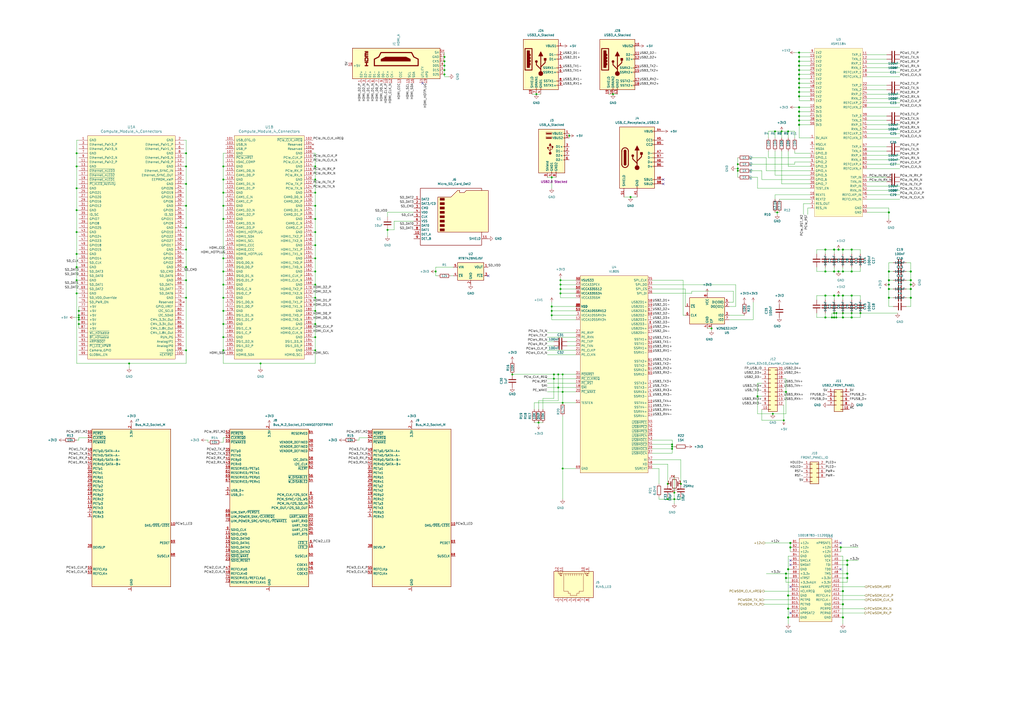
<source format=kicad_sch>
(kicad_sch (version 20230121) (generator eeschema)
  (paper "A2")
  (junction (at 485.14 181.61))
  (junction (at 325.12 165.1))
  (junction (at 182.88 104.14))
  (junction (at 457.2 76.2))
  (junction (at 427.99 97.79))
  (junction (at 457.2 330.2) (diameter 1.016))
  (junction (at 312.42 245.11))
  (junction (at 320.04 182.88))
  (junction (at 224.79 133.35))
  (junction (at 129.54 180.34))
  (junction (at 182.88 165.1))
  (junction (at 330.2 78.74))
  (junction (at 129.54 187.96))
  (junction (at 463.55 45.72) (diameter 1.016))
  (junction (at 458.47 314.96) (diameter 1.016))
  (junction (at 457.2 345.44) (diameter 1.016))
  (junction (at 391.16 289.56))
  (junction (at 478.79 144.78) (diameter 1.016))
  (junction (at 257.81 40.64))
  (junction (at 394.97 280.67))
  (junction (at 528.32 172.72) (diameter 1.016))
  (junction (at 387.35 280.67))
  (junction (at 129.54 165.1))
  (junction (at 45.72 184.15))
  (junction (at 463.55 38.1) (diameter 1.016))
  (junction (at 182.88 180.34))
  (junction (at 325.12 170.18))
  (junction (at 478.79 157.48) (diameter 1.016))
  (junction (at 463.55 40.64) (diameter 1.016))
  (junction (at 182.88 134.62))
  (junction (at 528.32 162.56) (diameter 1.016))
  (junction (at 439.42 229.87))
  (junction (at 483.87 144.78) (diameter 1.016))
  (junction (at 297.18 217.17))
  (junction (at 45.72 180.34))
  (junction (at 454.66 243.84))
  (junction (at 448.31 240.03))
  (junction (at 107.95 119.38))
  (junction (at 488.95 184.15) (diameter 1.016))
  (junction (at 182.88 96.52))
  (junction (at 528.32 167.64) (diameter 1.016))
  (junction (at 494.03 181.61))
  (junction (at 486.41 157.48) (diameter 1.016))
  (junction (at 44.45 134.62))
  (junction (at 182.88 149.86))
  (junction (at 515.62 162.56) (diameter 1.016))
  (junction (at 326.39 217.17))
  (junction (at 257.81 35.56))
  (junction (at 483.87 157.48) (diameter 1.016))
  (junction (at 412.75 190.5))
  (junction (at 320.04 102.87))
  (junction (at 129.54 149.86))
  (junction (at 182.88 142.24))
  (junction (at 325.12 162.56))
  (junction (at 463.55 50.8) (diameter 1.016))
  (junction (at 44.45 96.52))
  (junction (at 182.88 172.72))
  (junction (at 488.95 157.48) (diameter 1.016))
  (junction (at 463.55 69.85) (diameter 1.016))
  (junction (at 463.55 55.88) (diameter 1.016))
  (junction (at 129.54 104.14))
  (junction (at 478.79 184.15) (diameter 1.016))
  (junction (at 463.55 64.77) (diameter 1.016))
  (junction (at 257.81 33.02))
  (junction (at 129.54 157.48))
  (junction (at 515.62 165.1))
  (junction (at 182.88 187.96))
  (junction (at 528.32 157.48) (diameter 1.016))
  (junction (at 491.49 327.66) (diameter 1.016))
  (junction (at 427.99 95.25))
  (junction (at 515.62 123.19) (diameter 1.016))
  (junction (at 325.12 167.64))
  (junction (at 483.87 181.61))
  (junction (at 463.55 72.39) (diameter 1.016))
  (junction (at 326.39 233.68))
  (junction (at 488.95 171.45) (diameter 1.016))
  (junction (at 129.54 203.2))
  (junction (at 482.6 184.15))
  (junction (at 44.45 88.9))
  (junction (at 44.45 154.94))
  (junction (at 252.73 157.48))
  (junction (at 494.03 171.45) (diameter 1.016))
  (junction (at 478.79 171.45) (diameter 1.016))
  (junction (at 129.54 172.72))
  (junction (at 463.55 30.48) (diameter 1.016))
  (junction (at 455.93 332.74) (diameter 1.016))
  (junction (at 182.88 203.2))
  (junction (at 107.95 96.52))
  (junction (at 323.85 224.79))
  (junction (at 326.39 227.33))
  (junction (at 45.72 182.88))
  (junction (at 44.45 109.22))
  (junction (at 528.32 165.1) (diameter 1.016))
  (junction (at 483.87 171.45) (diameter 1.016))
  (junction (at 323.85 217.17))
  (junction (at 494.03 144.78) (diameter 1.016))
  (junction (at 515.62 157.48) (diameter 1.016))
  (junction (at 321.31 219.71))
  (junction (at 45.72 185.42))
  (junction (at 129.54 119.38))
  (junction (at 257.81 43.18))
  (junction (at 387.35 289.56))
  (junction (at 391.16 285.75))
  (junction (at 486.41 171.45) (diameter 1.016))
  (junction (at 427.99 99.06))
  (junction (at 491.49 335.28) (diameter 1.016))
  (junction (at 107.95 203.2))
  (junction (at 494.03 157.48) (diameter 1.016))
  (junction (at 458.47 317.5) (diameter 1.016))
  (junction (at 355.6 54.61))
  (junction (at 463.55 48.26) (diameter 1.016))
  (junction (at 457.2 353.06) (diameter 1.016))
  (junction (at 44.45 162.56))
  (junction (at 182.88 157.48))
  (junction (at 463.55 35.56) (diameter 1.016))
  (junction (at 320.04 180.34))
  (junction (at 44.45 121.92))
  (junction (at 74.93 210.82))
  (junction (at 389.89 257.81))
  (junction (at 463.55 53.34) (diameter 1.016))
  (junction (at 463.55 67.31) (diameter 1.016))
  (junction (at 453.39 76.2))
  (junction (at 320.04 177.8))
  (junction (at 485.14 184.15))
  (junction (at 463.55 43.18) (diameter 1.016))
  (junction (at 450.85 123.19))
  (junction (at 107.95 144.78))
  (junction (at 488.95 181.61))
  (junction (at 129.54 127))
  (junction (at 389.89 259.08))
  (junction (at 45.72 187.96))
  (junction (at 455.93 227.33))
  (junction (at 389.89 260.35))
  (junction (at 129.54 111.76))
  (junction (at 491.49 325.12) (diameter 1.016))
  (junction (at 182.88 195.58))
  (junction (at 449.58 76.2))
  (junction (at 463.55 62.23) (diameter 1.016))
  (junction (at 488.95 358.14) (diameter 1.016))
  (junction (at 494.03 184.15) (diameter 1.016))
  (junction (at 182.88 119.38))
  (junction (at 107.95 88.9))
  (junction (at 515.62 167.64) (diameter 1.016))
  (junction (at 457.2 358.14) (diameter 1.016))
  (junction (at 326.39 271.78))
  (junction (at 488.95 342.9) (diameter 1.016))
  (junction (at 463.55 33.02) (diameter 1.016))
  (junction (at 487.68 317.5) (diameter 1.016))
  (junction (at 483.87 184.15) (diameter 1.016))
  (junction (at 499.11 181.61))
  (junction (at 107.95 106.68))
  (junction (at 515.62 172.72) (diameter 1.016))
  (junction (at 182.88 111.76))
  (junction (at 486.41 144.78) (diameter 1.016))
  (junction (at 455.93 335.28) (diameter 1.016))
  (junction (at 488.95 350.52) (diameter 1.016))
  (junction (at 129.54 96.52))
  (junction (at 129.54 195.58))
  (junction (at 491.49 332.74) (diameter 1.016))
  (junction (at 257.81 38.1))
  (junction (at 151.13 210.82))
  (junction (at 182.88 127))
  (junction (at 107.95 154.94))
  (junction (at 44.45 147.32))
  (junction (at 107.95 172.72))
  (junction (at 365.76 114.3))
  (junction (at 44.45 170.18))
  (junction (at 321.31 217.17))
  (junction (at 488.95 144.78) (diameter 1.016))
  (junction (at 311.15 54.61))
  (junction (at 107.95 162.56))
  (junction (at 107.95 132.08))
  (no_connect (at 283.21 160.02))
  (no_connect (at 458.47 327.66))
  (no_connect (at 487.68 330.2))
  (no_connect (at 487.68 314.96))
  (no_connect (at 458.47 325.12))
  (no_connect (at 458.47 340.36))
  (no_connect (at 245.11 48.26))
  (no_connect (at 458.47 355.6))
  (no_connect (at 384.81 106.68))
  (no_connect (at 384.81 104.14))
  (wire (pts (xy 487.68 353.06) (xy 501.65 353.06)))
  (wire (pts (xy 391.16 285.75) (xy 391.16 289.56)))
  (wire (pts (xy 473.71 147.32) (xy 473.71 144.78)))
  (wire (pts (xy 365.76 114.3) (xy 369.57 114.3)))
  (wire (pts (xy 412.75 191.77) (xy 412.75 190.5)))
  (wire (pts (xy 129.54 111.76) (xy 129.54 119.38)))
  (wire (pts (xy 502.92 41.91) (xy 521.97 41.91)))
  (wire (pts (xy 182.88 165.1) (xy 182.88 172.72)))
  (wire (pts (xy 439.42 222.25) (xy 439.42 229.87)))
  (wire (pts (xy 378.46 170.18) (xy 401.32 170.18)))
  (wire (pts (xy 515.62 157.48) (xy 518.16 157.48)))
  (wire (pts (xy 487.68 340.36) (xy 501.65 340.36)))
  (wire (pts (xy 494.03 154.94) (xy 494.03 157.48)))
  (wire (pts (xy 502.92 80.01) (xy 521.97 80.01)))
  (wire (pts (xy 107.95 88.9) (xy 107.95 81.28)))
  (wire (pts (xy 463.55 72.39) (xy 463.55 69.85)))
  (wire (pts (xy 422.91 185.42) (xy 436.88 185.42)))
  (wire (pts (xy 45.72 255.27) (xy 45.72 254)))
  (wire (pts (xy 502.92 31.75) (xy 514.35 31.75)))
  (wire (pts (xy 463.55 38.1) (xy 469.9 38.1)))
  (wire (pts (xy 463.55 45.72) (xy 469.9 45.72)))
  (wire (pts (xy 326.39 271.78) (xy 326.39 289.56)))
  (wire (pts (xy 129.54 203.2) (xy 129.54 210.82)))
  (wire (pts (xy 353.06 54.61) (xy 355.6 54.61)))
  (wire (pts (xy 106.68 106.68) (xy 107.95 106.68)))
  (wire (pts (xy 487.68 332.74) (xy 491.49 332.74)))
  (wire (pts (xy 525.78 172.72) (xy 528.32 172.72)))
  (wire (pts (xy 502.92 115.57) (xy 521.97 115.57)))
  (wire (pts (xy 426.72 165.1) (xy 426.72 177.8)))
  (wire (pts (xy 469.9 109.22) (xy 439.42 109.22)))
  (wire (pts (xy 321.31 219.71) (xy 334.01 219.71)))
  (wire (pts (xy 483.87 157.48) (xy 486.41 157.48)))
  (wire (pts (xy 427.99 91.44) (xy 427.99 95.25)))
  (wire (pts (xy 435.61 99.06) (xy 441.96 99.06)))
  (wire (pts (xy 182.88 88.9) (xy 182.88 96.52)))
  (wire (pts (xy 325.12 162.56) (xy 325.12 161.29)))
  (wire (pts (xy 129.54 119.38) (xy 130.81 119.38)))
  (wire (pts (xy 378.46 266.7) (xy 394.97 266.7)))
  (wire (pts (xy 323.85 224.79) (xy 334.01 224.79)))
  (wire (pts (xy 397.51 167.64) (xy 397.51 177.8)))
  (wire (pts (xy 228.6 128.27) (xy 228.6 133.35)))
  (wire (pts (xy 449.58 101.6) (xy 449.58 87.63)))
  (wire (pts (xy 463.55 48.26) (xy 469.9 48.26)))
  (wire (pts (xy 469.9 106.68) (xy 453.39 106.68)))
  (wire (pts (xy 45.72 187.96) (xy 45.72 190.5)))
  (wire (pts (xy 461.01 76.2) (xy 457.2 76.2)))
  (wire (pts (xy 257.81 38.1) (xy 257.81 35.56)))
  (wire (pts (xy 488.95 184.15) (xy 494.03 184.15)))
  (wire (pts (xy 473.71 144.78) (xy 478.79 144.78)))
  (wire (pts (xy 455.93 335.28) (xy 458.47 335.28)))
  (wire (pts (xy 499.11 157.48) (xy 499.11 154.94)))
  (wire (pts (xy 44.45 134.62) (xy 45.72 134.62)))
  (wire (pts (xy 378.46 269.24) (xy 387.35 269.24)))
  (wire (pts (xy 257.81 33.02) (xy 257.81 30.48)))
  (wire (pts (xy 389.89 257.81) (xy 389.89 255.27)))
  (wire (pts (xy 487.68 342.9) (xy 488.95 342.9)))
  (wire (pts (xy 502.92 110.49) (xy 521.97 110.49)))
  (wire (pts (xy 499.11 144.78) (xy 499.11 147.32)))
  (wire (pts (xy 458.47 322.58) (xy 457.2 322.58)))
  (wire (pts (xy 355.6 54.61) (xy 358.14 54.61)))
  (wire (pts (xy 151.13 210.82) (xy 182.88 210.82)))
  (wire (pts (xy 129.54 127) (xy 129.54 149.86)))
  (wire (pts (xy 107.95 203.2) (xy 107.95 210.82)))
  (wire (pts (xy 325.12 165.1) (xy 325.12 162.56)))
  (wire (pts (xy 391.16 289.56) (xy 394.97 289.56)))
  (wire (pts (xy 120.65 255.27) (xy 119.38 255.27)))
  (wire (pts (xy 502.92 92.71) (xy 521.97 92.71)))
  (wire (pts (xy 74.93 210.82) (xy 107.95 210.82)))
  (wire (pts (xy 515.62 157.48) (xy 515.62 152.4)))
  (wire (pts (xy 502.92 85.09) (xy 514.35 85.09)))
  (wire (pts (xy 478.79 157.48) (xy 483.87 157.48)))
  (wire (pts (xy 478.79 144.78) (xy 483.87 144.78)))
  (wire (pts (xy 478.79 184.15) (xy 482.6 184.15)))
  (wire (pts (xy 129.54 88.9) (xy 129.54 96.52)))
  (wire (pts (xy 181.61 119.38) (xy 182.88 119.38)))
  (wire (pts (xy 181.61 96.52) (xy 182.88 96.52)))
  (wire (pts (xy 499.11 184.15) (xy 499.11 181.61)))
  (wire (pts (xy 502.92 69.85) (xy 514.35 69.85)))
  (wire (pts (xy 439.42 229.87) (xy 441.96 229.87)))
  (wire (pts (xy 525.78 157.48) (xy 528.32 157.48)))
  (wire (pts (xy 181.61 203.2) (xy 182.88 203.2)))
  (wire (pts (xy 494.03 181.61) (xy 494.03 184.15)))
  (wire (pts (xy 502.92 74.93) (xy 521.97 74.93)))
  (wire (pts (xy 257.81 44.45) (xy 257.81 43.18)))
  (wire (pts (xy 463.55 40.64) (xy 469.9 40.64)))
  (wire (pts (xy 129.54 172.72) (xy 130.81 172.72)))
  (wire (pts (xy 44.45 88.9) (xy 45.72 88.9)))
  (wire (pts (xy 320.04 175.26) (xy 320.04 177.8)))
  (wire (pts (xy 515.62 167.64) (xy 518.16 167.64)))
  (wire (pts (xy 463.55 53.34) (xy 463.55 50.8)))
  (wire (pts (xy 257.81 35.56) (xy 257.81 33.02)))
  (wire (pts (xy 461.01 30.48) (xy 463.55 30.48)))
  (wire (pts (xy 457.2 358.14) (xy 458.47 358.14)))
  (wire (pts (xy 502.92 36.83) (xy 521.97 36.83)))
  (wire (pts (xy 491.49 332.74) (xy 491.49 335.28)))
  (wire (pts (xy 483.87 171.45) (xy 483.87 173.99)))
  (wire (pts (xy 378.46 165.1) (xy 426.72 165.1)))
  (wire (pts (xy 502.92 123.19) (xy 515.62 123.19)))
  (wire (pts (xy 320.04 102.87) (xy 320.04 109.22)))
  (wire (pts (xy 455.93 227.33) (xy 455.93 219.71)))
  (wire (pts (xy 488.95 358.14) (xy 488.95 361.95)))
  (wire (pts (xy 44.45 170.18) (xy 45.72 170.18)))
  (wire (pts (xy 487.68 337.82) (xy 491.49 337.82)))
  (wire (pts (xy 44.45 134.62) (xy 44.45 147.32)))
  (wire (pts (xy 320.04 180.34) (xy 320.04 182.88)))
  (wire (pts (xy 515.62 120.65) (xy 515.62 123.19)))
  (wire (pts (xy 107.95 96.52) (xy 107.95 88.9)))
  (wire (pts (xy 502.92 105.41) (xy 514.35 105.41)))
  (wire (pts (xy 458.47 317.5) (xy 458.47 314.96)))
  (wire (pts (xy 473.71 157.48) (xy 478.79 157.48)))
  (wire (pts (xy 45.72 185.42) (xy 45.72 187.96)))
  (wire (pts (xy 320.04 182.88) (xy 320.04 185.42)))
  (wire (pts (xy 45.72 177.8) (xy 45.72 180.34)))
  (wire (pts (xy 44.45 109.22) (xy 45.72 109.22)))
  (wire (pts (xy 208.28 254) (xy 213.36 254)))
  (wire (pts (xy 487.68 345.44) (xy 501.65 345.44)))
  (wire (pts (xy 74.93 210.82) (xy 44.45 210.82)))
  (wire (pts (xy 450.85 123.19) (xy 452.12 123.19)))
  (wire (pts (xy 483.87 181.61) (xy 485.14 181.61)))
  (wire (pts (xy 317.5 219.71) (xy 321.31 219.71)))
  (wire (pts (xy 483.87 171.45) (xy 486.41 171.45)))
  (wire (pts (xy 469.9 101.6) (xy 449.58 101.6)))
  (wire (pts (xy 455.93 337.82) (xy 458.47 337.82)))
  (wire (pts (xy 45.72 184.15) (xy 45.72 185.42)))
  (wire (pts (xy 502.92 102.87) (xy 514.35 102.87)))
  (wire (pts (xy 389.89 262.89) (xy 389.89 260.35)))
  (wire (pts (xy 312.42 246.38) (xy 312.42 245.11)))
  (wire (pts (xy 468.63 120.65) (xy 468.63 124.46)))
  (wire (pts (xy 463.55 58.42) (xy 463.55 55.88)))
  (wire (pts (xy 453.39 106.68) (xy 453.39 87.63)))
  (wire (pts (xy 44.45 96.52) (xy 45.72 96.52)))
  (wire (pts (xy 502.92 49.53) (xy 514.35 49.53)))
  (wire (pts (xy 181.61 88.9) (xy 182.88 88.9)))
  (wire (pts (xy 45.72 81.28) (xy 44.45 81.28)))
  (wire (pts (xy 252.73 160.02) (xy 254 160.02)))
  (wire (pts (xy 449.58 113.03) (xy 449.58 115.57)))
  (wire (pts (xy 445.77 76.2) (xy 449.58 76.2)))
  (wire (pts (xy 312.42 245.11) (xy 309.88 245.11)))
  (wire (pts (xy 494.03 171.45) (xy 499.11 171.45)))
  (wire (pts (xy 463.55 43.18) (xy 469.9 43.18)))
  (wire (pts (xy 494.03 144.78) (xy 499.11 144.78)))
  (wire (pts (xy 181.61 172.72) (xy 182.88 172.72)))
  (wire (pts (xy 458.47 320.04) (xy 458.47 317.5)))
  (wire (pts (xy 326.39 241.3) (xy 326.39 271.78)))
  (wire (pts (xy 326.39 233.68) (xy 334.01 233.68)))
  (wire (pts (xy 457.2 76.2) (xy 457.2 80.01)))
  (wire (pts (xy 444.5 91.44) (xy 444.5 99.06)))
  (wire (pts (xy 445.77 80.01) (xy 445.77 76.2)))
  (wire (pts (xy 106.68 154.94) (xy 107.95 154.94)))
  (wire (pts (xy 461.01 80.01) (xy 461.01 76.2)))
  (wire (pts (xy 494.03 184.15) (xy 499.11 184.15)))
  (wire (pts (xy 502.92 54.61) (xy 521.97 54.61)))
  (wire (pts (xy 473.71 181.61) (xy 473.71 184.15)))
  (wire (pts (xy 515.62 167.64) (xy 515.62 165.1)))
  (wire (pts (xy 463.55 35.56) (xy 469.9 35.56)))
  (wire (pts (xy 321.31 219.71) (xy 321.31 217.17)))
  (wire (pts (xy 502.92 52.07) (xy 514.35 52.07)))
  (wire (pts (xy 320.04 177.8) (xy 320.04 180.34)))
  (wire (pts (xy 378.46 257.81) (xy 389.89 257.81)))
  (wire (pts (xy 488.95 181.61) (xy 488.95 184.15)))
  (wire (pts (xy 502.92 34.29) (xy 514.35 34.29)))
  (wire (pts (xy 454.66 243.84) (xy 454.66 234.95)))
  (wire (pts (xy 449.58 113.03) (xy 469.9 113.03)))
  (wire (pts (xy 361.95 114.3) (xy 365.76 114.3)))
  (wire (pts (xy 107.95 203.2) (xy 106.68 203.2)))
  (wire (pts (xy 401.32 168.91) (xy 401.32 170.18)))
  (wire (pts (xy 181.61 134.62) (xy 182.88 134.62)))
  (wire (pts (xy 378.46 167.64) (xy 397.51 167.64)))
  (wire (pts (xy 461.01 93.98) (xy 469.9 93.98)))
  (wire (pts (xy 317.5 193.04) (xy 334.01 193.04)))
  (wire (pts (xy 502.92 95.25) (xy 521.97 95.25)))
  (wire (pts (xy 463.55 67.31) (xy 469.9 67.31)))
  (wire (pts (xy 326.39 227.33) (xy 326.39 217.17)))
  (wire (pts (xy 487.68 322.58) (xy 488.95 322.58)))
  (wire (pts (xy 482.6 184.15) (xy 482.6 181.61)))
  (wire (pts (xy 515.62 162.56) (xy 518.16 162.56)))
  (wire (pts (xy 487.68 355.6) (xy 501.65 355.6)))
  (wire (pts (xy 502.92 97.79) (xy 521.97 97.79)))
  (wire (pts (xy 378.46 260.35) (xy 389.89 260.35)))
  (wire (pts (xy 129.54 195.58) (xy 130.81 195.58)))
  (wire (pts (xy 469.9 118.11) (xy 466.09 118.11)))
  (wire (pts (xy 129.54 187.96) (xy 129.54 195.58)))
  (wire (pts (xy 453.39 76.2) (xy 453.39 80.01)))
  (wire (pts (xy 444.5 332.74) (xy 455.93 332.74)))
  (wire (pts (xy 425.45 175.26) (xy 422.91 175.26)))
  (wire (pts (xy 321.31 217.17) (xy 323.85 217.17)))
  (wire (pts (xy 491.49 325.12) (xy 491.49 327.66)))
  (wire (pts (xy 435.61 95.25) (xy 461.01 95.25)))
  (wire (pts (xy 106.68 96.52) (xy 107.95 96.52)))
  (wire (pts (xy 325.12 170.18) (xy 334.01 170.18)))
  (wire (pts (xy 107.95 144.78) (xy 107.95 132.08)))
  (wire (pts (xy 478.79 171.45) (xy 478.79 173.99)))
  (wire (pts (xy 106.68 132.08) (xy 107.95 132.08)))
  (wire (pts (xy 488.95 350.52) (xy 488.95 358.14)))
  (wire (pts (xy 478.79 144.78) (xy 478.79 147.32)))
  (wire (pts (xy 441.96 222.25) (xy 439.42 222.25)))
  (wire (pts (xy 525.78 162.56) (xy 528.32 162.56)))
  (wire (pts (xy 44.45 147.32) (xy 44.45 154.94)))
  (wire (pts (xy 228.6 133.35) (xy 224.79 133.35)))
  (wire (pts (xy 106.68 88.9) (xy 107.95 88.9)))
  (wire (pts (xy 129.54 256.54) (xy 129.54 254)))
  (wire (pts (xy 320.04 177.8) (xy 334.01 177.8)))
  (wire (pts (xy 129.54 165.1) (xy 130.81 165.1)))
  (wire (pts (xy 129.54 187.96) (xy 130.81 187.96)))
  (wire (pts (xy 485.14 184.15) (xy 485.14 181.61)))
  (wire (pts (xy 502.92 67.31) (xy 514.35 67.31)))
  (wire (pts (xy 44.45 96.52) (xy 44.45 109.22)))
  (wire (pts (xy 321.31 231.14) (xy 321.31 219.71)))
  (wire (pts (xy 528.32 172.72) (xy 528.32 167.64)))
  (wire (pts (xy 488.95 144.78) (xy 488.95 147.32)))
  (wire (pts (xy 463.55 40.64) (xy 463.55 38.1)))
  (wire (pts (xy 488.95 358.14) (xy 487.68 358.14)))
  (wire (pts (xy 410.21 190.5) (xy 412.75 190.5)))
  (wire (pts (xy 44.45 154.94) (xy 45.72 154.94)))
  (wire (pts (xy 326.39 227.33) (xy 334.01 227.33)))
  (wire (pts (xy 44.45 121.92) (xy 45.72 121.92)))
  (wire (pts (xy 457.2 345.44) (xy 457.2 353.06)))
  (wire (pts (xy 387.35 289.56) (xy 391.16 289.56)))
  (wire (pts (xy 208.28 255.27) (xy 208.28 254)))
  (wire (pts (xy 473.71 184.15) (xy 478.79 184.15)))
  (wire (pts (xy 129.54 127) (xy 130.81 127)))
  (wire (pts (xy 396.24 162.56) (xy 396.24 182.88)))
  (wire (pts (xy 45.72 254) (xy 50.8 254)))
  (wire (pts (xy 502.92 77.47) (xy 521.97 77.47)))
  (wire (pts (xy 325.12 172.72) (xy 325.12 170.18)))
  (wire (pts (xy 486.41 144.78) (xy 488.95 144.78)))
  (wire (pts (xy 74.93 210.82) (xy 74.93 213.36)))
  (wire (pts (xy 325.12 162.56) (xy 334.01 162.56)))
  (wire (pts (xy 525.78 177.8) (xy 528.32 177.8)))
  (wire (pts (xy 435.61 91.44) (xy 444.5 91.44)))
  (wire (pts (xy 129.54 96.52) (xy 130.81 96.52)))
  (wire (pts (xy 252.73 154.94) (xy 252.73 157.48)))
  (wire (pts (xy 483.87 144.78) (xy 483.87 147.32)))
  (wire (pts (xy 317.5 205.74) (xy 334.01 205.74)))
  (wire (pts (xy 129.54 203.2) (xy 130.81 203.2)))
  (wire (pts (xy 311.15 54.61) (xy 313.69 54.61)))
  (wire (pts (xy 182.88 157.48) (xy 182.88 165.1)))
  (wire (pts (xy 45.72 180.34) (xy 45.72 182.88)))
  (wire (pts (xy 463.55 35.56) (xy 463.55 33.02)))
  (wire (pts (xy 427.99 97.79) (xy 427.99 99.06)))
  (wire (pts (xy 463.55 33.02) (xy 463.55 30.48)))
  (wire (pts (xy 494.03 171.45) (xy 494.03 173.99)))
  (wire (pts (xy 44.45 154.94) (xy 44.45 162.56)))
  (wire (pts (xy 317.5 222.25) (xy 334.01 222.25)))
  (wire (pts (xy 129.54 119.38) (xy 129.54 127)))
  (wire (pts (xy 487.68 327.66) (xy 491.49 327.66)))
  (wire (pts (xy 106.68 144.78) (xy 107.95 144.78)))
  (wire (pts (xy 528.32 165.1) (xy 528.32 162.56)))
  (wire (pts (xy 463.55 72.39) (xy 469.9 72.39)))
  (wire (pts (xy 515.62 165.1) (xy 515.62 162.56)))
  (wire (pts (xy 257.81 44.45) (xy 260.35 44.45)))
  (wire (pts (xy 473.71 171.45) (xy 478.79 171.45)))
  (wire (pts (xy 485.14 181.61) (xy 488.95 181.61)))
  (wire (pts (xy 107.95 203.2) (xy 107.95 172.72)))
  (wire (pts (xy 44.45 255.27) (xy 45.72 255.27)))
  (wire (pts (xy 334.01 172.72) (xy 325.12 172.72)))
  (wire (pts (xy 443.23 342.9) (xy 458.47 342.9)))
  (wire (pts (xy 427.99 95.25) (xy 427.99 97.79)))
  (wire (pts (xy 107.95 81.28) (xy 106.68 81.28)))
  (wire (pts (xy 478.79 181.61) (xy 478.79 184.15)))
  (wire (pts (xy 106.68 162.56) (xy 107.95 162.56)))
  (wire (pts (xy 129.54 254) (xy 130.81 254)))
  (wire (pts (xy 317.5 195.58) (xy 334.01 195.58)))
  (wire (pts (xy 461.01 95.25) (xy 461.01 93.98)))
  (wire (pts (xy 469.9 91.44) (xy 445.77 91.44)))
  (wire (pts (xy 120.65 256.54) (xy 120.65 255.27)))
  (wire (pts (xy 323.85 217.17) (xy 326.39 217.17)))
  (wire (pts (xy 515.62 177.8) (xy 515.62 172.72)))
  (wire (pts (xy 325.12 165.1) (xy 334.01 165.1)))
  (wire (pts (xy 488.95 322.58) (xy 488.95 342.9)))
  (wire (pts (xy 107.95 106.68) (xy 107.95 96.52)))
  (wire (pts (xy 528.32 157.48) (xy 528.32 152.4)))
  (wire (pts (xy 182.88 210.82) (xy 182.88 203.2)))
  (wire (pts (xy 469.9 96.52) (xy 457.2 96.52)))
  (wire (pts (xy 487.68 335.28) (xy 491.49 335.28)))
  (wire (pts (xy 401.32 168.91) (xy 425.45 168.91)))
  (wire (pts (xy 325.12 167.64) (xy 334.01 167.64)))
  (wire (pts (xy 485.14 184.15) (xy 488.95 184.15)))
  (wire (pts (xy 502.92 62.23) (xy 521.97 62.23)))
  (wire (pts (xy 129.54 157.48) (xy 130.81 157.48)))
  (wire (pts (xy 181.61 157.48) (xy 182.88 157.48)))
  (wire (pts (xy 44.45 147.32) (xy 45.72 147.32)))
  (wire (pts (xy 463.55 62.23) (xy 469.9 62.23)))
  (wire (pts (xy 320.04 180.34) (xy 334.01 180.34)))
  (wire (pts (xy 182.88 134.62) (xy 182.88 142.24)))
  (wire (pts (xy 317.5 224.79) (xy 323.85 224.79)))
  (wire (pts (xy 317.5 227.33) (xy 326.39 227.33)))
  (wire (pts (xy 491.49 337.82) (xy 491.49 335.28)))
  (wire (pts (xy 455.93 240.03) (xy 455.93 227.33)))
  (wire (pts (xy 455.93 332.74) (xy 455.93 335.28)))
  (wire (pts (xy 502.92 72.39) (xy 521.97 72.39)))
  (wire (pts (xy 457.2 353.06) (xy 457.2 358.14)))
  (wire (pts (xy 182.88 104.14) (xy 182.88 111.76)))
  (wire (pts (xy 107.95 132.08) (xy 107.95 119.38)))
  (wire (pts (xy 382.27 271.78) (xy 382.27 280.67)))
  (wire (pts (xy 182.88 187.96) (xy 182.88 195.58)))
  (wire (pts (xy 391.16 289.56) (xy 391.16 292.1)))
  (wire (pts (xy 455.93 332.74) (xy 458.47 332.74)))
  (wire (pts (xy 487.68 325.12) (xy 491.49 325.12)))
  (wire (pts (xy 473.71 154.94) (xy 473.71 157.48)))
  (wire (pts (xy 469.9 55.88) (xy 463.55 55.88)))
  (wire (pts (xy 488.95 342.9) (xy 488.95 350.52)))
  (wire (pts (xy 502.92 87.63) (xy 514.35 87.63)))
  (wire (pts (xy 129.54 96.52) (xy 129.54 104.14)))
  (wire (pts (xy 181.61 142.24) (xy 182.88 142.24)))
  (wire (pts (xy 317.5 198.12) (xy 321.31 198.12)))
  (wire (pts (xy 326.39 233.68) (xy 326.39 227.33)))
  (wire (pts (xy 463.55 64.77) (xy 463.55 62.23)))
  (wire (pts (xy 494.03 181.61) (xy 499.11 181.61)))
  (wire (pts (xy 426.72 97.79) (xy 427.99 97.79)))
  (wire (pts (xy 262.89 154.94) (xy 252.73 154.94)))
  (wire (pts (xy 463.55 30.48) (xy 469.9 30.48)))
  (wire (pts (xy 129.54 172.72) (xy 129.54 180.34)))
  (wire (pts (xy 107.95 154.94) (xy 107.95 144.78)))
  (wire (pts (xy 297.18 217.17) (xy 321.31 217.17)))
  (wire (pts (xy 528.32 162.56) (xy 528.32 157.48)))
  (wire (pts (xy 449.58 76.2) (xy 449.58 80.01)))
  (wire (pts (xy 181.61 111.76) (xy 182.88 111.76)))
  (wire (pts (xy 181.61 195.58) (xy 182.88 195.58)))
  (wire (pts (xy 441.96 237.49) (xy 441.96 243.84)))
  (wire (pts (xy 330.2 78.74) (xy 330.2 80.01)))
  (wire (pts (xy 469.9 120.65) (xy 468.63 120.65)))
  (wire (pts (xy 455.93 219.71) (xy 454.66 219.71)))
  (wire (pts (xy 518.16 177.8) (xy 515.62 177.8)))
  (wire (pts (xy 107.95 162.56) (xy 107.95 154.94)))
  (wire (pts (xy 502.92 90.17) (xy 521.97 90.17)))
  (wire (pts (xy 129.54 104.14) (xy 129.54 111.76)))
  (wire (pts (xy 488.95 144.78) (xy 494.03 144.78)))
  (wire (pts (xy 426.72 177.8) (xy 422.91 177.8)))
  (wire (pts (xy 261.62 160.02) (xy 262.89 160.02)))
  (wire (pts (xy 482.6 184.15) (xy 483.87 184.15)))
  (wire (pts (xy 449.58 123.19) (xy 450.85 123.19)))
  (wire (pts (xy 466.09 118.11) (xy 466.09 124.46)))
  (wire (pts (xy 106.68 172.72) (xy 107.95 172.72)))
  (wire (pts (xy 515.62 162.56) (xy 515.62 157.48)))
  (wire (pts (xy 389.89 260.35) (xy 389.89 259.08)))
  (wire (pts (xy 312.42 237.49) (xy 312.42 232.41)))
  (wire (pts (xy 469.9 58.42) (xy 463.55 58.42)))
  (wire (pts (xy 441.96 99.06) (xy 441.96 104.14)))
  (wire (pts (xy 455.93 227.33) (xy 454.66 227.33)))
  (wire (pts (xy 182.88 149.86) (xy 182.88 157.48)))
  (wire (pts (xy 182.88 172.72) (xy 182.88 180.34)))
  (wire (pts (xy 308.61 54.61) (xy 311.15 54.61)))
  (wire (pts (xy 387.35 288.29) (xy 387.35 289.56)))
  (wire (pts (xy 182.88 180.34) (xy 182.88 187.96)))
  (wire (pts (xy 439.42 240.03) (xy 448.31 240.03)))
  (wire (pts (xy 502.92 44.45) (xy 521.97 44.45)))
  (wire (pts (xy 181.61 149.86) (xy 182.88 149.86)))
  (wire (pts (xy 483.87 184.15) (xy 485.14 184.15)))
  (wire (pts (xy 463.55 33.02) (xy 469.9 33.02)))
  (wire (pts (xy 502.92 39.37) (xy 521.97 39.37)))
  (wire (pts (xy 182.88 96.52) (xy 182.88 104.14)))
  (wire (pts (xy 182.88 195.58) (xy 182.88 203.2)))
  (wire (pts (xy 463.55 67.31) (xy 463.55 64.77)))
  (wire (pts (xy 394.97 289.56) (xy 394.97 288.29)))
  (wire (pts (xy 314.96 231.14) (xy 314.96 237.49)))
  (wire (pts (xy 151.13 210.82) (xy 129.54 210.82)))
  (wire (pts (xy 378.46 262.89) (xy 389.89 262.89)))
  (wire (pts (xy 129.54 157.48) (xy 129.54 165.1)))
  (wire (pts (xy 396.24 182.88) (xy 397.51 182.88)))
  (wire (pts (xy 515.62 123.19) (xy 515.62 127)))
  (wire (pts (xy 182.88 119.38) (xy 182.88 127)))
  (wire (pts (xy 378.46 255.27) (xy 389.89 255.27)))
  (wire (pts (xy 452.12 115.57) (xy 469.9 115.57)))
  (wire (pts (xy 455.93 335.28) (xy 455.93 337.82)))
  (wire (pts (xy 439.42 229.87) (xy 439.42 240.03)))
  (wire (pts (xy 502.92 107.95) (xy 521.97 107.95)))
  (wire (pts (xy 422.91 182.88) (xy 431.8 182.88)))
  (wire (pts (xy 483.87 184.15) (xy 483.87 181.61)))
  (wire (pts (xy 257.81 43.18) (xy 257.81 40.64)))
  (wire (pts (xy 515.62 152.4) (xy 518.16 152.4)))
  (wire (pts (xy 439.42 109.22) (xy 439.42 102.87)))
  (wire (pts (xy 224.79 123.19) (xy 240.03 123.19)))
  (wire (pts (xy 130.81 88.9) (xy 129.54 88.9)))
  (wire (pts (xy 439.42 102.87) (xy 435.61 102.87)))
  (wire (pts (xy 391.16 259.08) (xy 389.89 259.08)))
  (wire (pts (xy 317.5 203.2) (xy 334.01 203.2)))
  (wire (pts (xy 44.45 162.56) (xy 45.72 162.56)))
  (wire (pts (xy 491.49 327.66) (xy 491.49 332.74)))
  (wire (pts (xy 334.01 185.42) (xy 320.04 185.42)))
  (wire (pts (xy 502.92 120.65) (xy 515.62 120.65)))
  (wire (pts (xy 44.45 162.56) (xy 44.45 170.18)))
  (wire (pts (xy 491.49 325.12) (xy 497.84 325.12)))
  (wire (pts (xy 502.92 57.15) (xy 521.97 57.15)))
  (wire (pts (xy 334.01 271.78) (xy 326.39 271.78)))
  (wire (pts (xy 107.95 119.38) (xy 107.95 106.68)))
  (wire (pts (xy 151.13 210.82) (xy 151.13 213.36)))
  (wire (pts (xy 494.03 157.48) (xy 499.11 157.48)))
  (wire (pts (xy 325.12 167.64) (xy 325.12 165.1)))
  (wire (pts (xy 129.54 256.54) (xy 128.27 256.54)))
  (wire (pts (xy 457.2 330.2) (xy 457.2 345.44)))
  (wire (pts (xy 425.45 168.91) (xy 425.45 175.26)))
  (wire (pts (xy 443.865 314.96) (xy 458.47 314.96)))
  (wire (pts (xy 328.93 198.12) (xy 334.01 198.12)))
  (wire (pts (xy 445.77 91.44) (xy 445.77 87.63)))
  (wire (pts (xy 463.55 55.88) (xy 463.55 53.34)))
  (wire (pts (xy 44.45 121.92) (xy 44.45 134.62)))
  (wire (pts (xy 463.55 62.23) (xy 461.01 62.23)))
  (wire (pts (xy 181.61 165.1) (xy 182.88 165.1)))
  (wire (pts (xy 457.2 96.52) (xy 457.2 87.63)))
  (wire (pts (xy 129.54 180.34) (xy 129.54 187.96)))
  (wire (pts (xy 43.18 184.15) (xy 45.72 184.15)))
  (wire (pts (xy 515.62 172.72) (xy 518.16 172.72)))
  (wire (pts (xy 44.45 170.18) (xy 44.45 210.82)))
  (wire (pts (xy 463.55 69.85) (xy 463.55 67.31)))
  (wire (pts (xy 314.96 231.14) (xy 321.31 231.14)))
  (wire (pts (xy 515.62 172.72) (xy 515.62 167.64)))
  (wire (pts (xy 457.2 322.58) (xy 457.2 330.2)))
  (wire (pts (xy 181.61 187.96) (xy 182.88 187.96)))
  (wire (pts (xy 45.72 182.88) (xy 45.72 184.15)))
  (wire (pts (xy 129.54 180.34) (xy 130.81 180.34)))
  (wire (pts (xy 463.55 50.8) (xy 463.55 48.26)))
  (wire (pts (xy 486.41 157.48) (xy 488.95 157.48)))
  (wire (pts (xy 457.2 358.14) (xy 457.2 361.95)))
  (wire (pts (xy 463.55 53.34) (xy 469.9 53.34)))
  (wire (pts (xy 378.46 162.56) (xy 396.24 162.56)))
  (wire (pts (xy 478.79 171.45) (xy 483.87 171.45)))
  (wire (pts (xy 486.41 171.45) (xy 488.95 171.45)))
  (wire (pts (xy 487.68 320.04) (xy 487.68 317.5)))
  (wire (pts (xy 469.9 80.01) (xy 463.55 80.01)))
  (wire (pts (xy 482.6 181.61) (xy 483.87 181.61)))
  (wire (pts (xy 458.47 345.44) (xy 457.2 345.44)))
  (wire (pts (xy 320.04 102.87) (xy 322.58 102.87)))
  (wire (pts (xy 441.96 243.84) (xy 454.66 243.84)))
  (wire (pts (xy 328.93 200.66) (xy 334.01 200.66)))
  (wire (pts (xy 499.11 181.61) (xy 520.7 181.61)))
  (wire (pts (xy 487.68 317.5) (xy 497.84 317.5)))
  (wire (pts (xy 448.31 240.03) (xy 455.93 240.03)))
  (wire (pts (xy 461.01 87.63) (xy 461.01 88.9)))
  (wire (pts (xy 182.88 127) (xy 182.88 134.62)))
  (wire (pts (xy 458.47 347.98) (xy 443.23 347.98)))
  (wire (pts (xy 488.95 154.94) (xy 488.95 157.48)))
  (wire (pts (xy 129.54 149.86) (xy 130.81 149.86)))
  (wire (pts (xy 463.55 64.77) (xy 469.9 64.77)))
  (wire (pts (xy 317.5 102.87) (xy 320.04 102.87)))
  (wire (pts (xy 461.01 88.9) (xy 469.9 88.9)))
  (wire (pts (xy 499.11 171.45) (xy 499.11 173.99)))
  (wire (pts (xy 44.45 88.9) (xy 44.45 96.52)))
  (wire (pts (xy 182.88 142.24) (xy 182.88 149.86)))
  (wire (pts (xy 391.16 275.59) (xy 391.16 285.75)))
  (wire (pts (xy 107.95 172.72) (xy 107.95 162.56)))
  (wire (pts (xy 487.68 347.98) (xy 501.65 347.98)))
  (wire (pts (xy 325.12 170.18) (xy 325.12 167.64)))
  (wire (pts (xy 463.55 50.8) (xy 469.9 50.8)))
  (wire (pts (xy 463.55 69.85) (xy 469.9 69.85)))
  (wire (pts (xy 44.45 109.22) (xy 44.45 121.92)))
  (wire (pts (xy 487.68 350.52) (xy 488.95 350.52)))
  (wire (pts (xy 488.95 181.61) (xy 494.03 181.61)))
  (wire (pts (xy 317.5 200.66) (xy 321.31 200.66)))
  (wire (pts (xy 387.35 269.24) (xy 387.35 280.67)))
  (wire (pts (xy 314.96 245.11) (xy 312.42 245.11)))
  (wire (pts (xy 323.85 224.79) (xy 323.85 217.17)))
  (wire (pts (xy 463.55 38.1) (xy 463.55 35.56)))
  (wire (pts (xy 182.88 111.76) (xy 182.88 119.38)))
  (wire (pts (xy 427.99 99.06) (xy 427.99 102.87)))
  (wire (pts (xy 330.2 77.47) (xy 330.2 78.74)))
  (wire (pts (xy 444.5 99.06) (xy 469.9 99.06)))
  (wire (pts (xy 129.54 165.1) (xy 129.54 172.72)))
  (wire (pts (xy 309.88 233.68) (xy 326.39 233.68)))
  (wire (pts (xy 483.87 154.94) (xy 483.87 157.48)))
  (wire (pts (xy 463.55 43.18) (xy 463.55 40.64)))
  (wire (pts (xy 44.45 81.28) (xy 44.45 88.9)))
  (wire (pts (xy 463.55 72.39) (xy 463.55 80.01)))
  (wire (pts (xy 240.03 128.27) (xy 228.6 128.27)))
  (wire (pts (xy 106.68 119.38) (xy 107.95 119.38)))
  (wire (pts (xy 488.95 157.48) (xy 494.03 157.48)))
  (wire (pts (xy 478.79 154.94) (xy 478.79 157.48)))
  (wire (pts (xy 458.47 330.2) (xy 457.2 330.2)))
  (wire (pts (xy 129.54 104.14) (xy 130.81 104.14)))
  (wire (pts (xy 450.85 124.46) (xy 450.85 123.19)))
  (wire (pts (xy 473.71 173.99) (xy 473.71 171.45)))
  (wire (pts (xy 129.54 111.76) (xy 130.81 111.76)))
  (wire (pts (xy 502.92 113.03) (xy 521.97 113.03)))
  (wire (pts (xy 252.73 157.48) (xy 252.73 160.02)))
  (wire (pts (xy 207.01 255.27) (xy 208.28 255.27)))
  (wire (pts (xy 494.03 144.78) (xy 494.03 147.32)))
  (wire (pts (xy 323.85 232.41) (xy 323.85 224.79)))
  (wire (pts (xy 528.32 152.4) (xy 525.78 152.4)))
  (wire (pts (xy 394.97 266.7) (xy 394.97 280.67)))
  (wire (pts (xy 436.88 185.42) (xy 436.88 175.26)))
  (wire (pts (xy 528.32 177.8) (xy 528.32 172.72)))
  (wire (pts (xy 458.47 353.06) (xy 457.2 353.06)))
  (wire (pts (xy 382.27 288.29) (xy 382.27 289.56)))
  (wire (pts (xy 257.81 40.64) (xy 257.81 38.1)))
  (wire (pts (xy 382.27 289.56) (xy 387.35 289.56)))
  (wire (pts (xy 309.88 237.49) (xy 309.88 233.68)))
  (wire (pts (xy 129.54 149.86) (xy 129.54 157.48)))
  (wire (pts (xy 457.2 76.2) (xy 453.39 76.2)))
  (wire (pts (xy 389.89 259.08) (xy 389.89 257.81)))
  (wire (pts (xy 181.61 180.34) (xy 182.88 180.34)))
  (wire (pts (xy 320.04 182.88) (xy 334.01 182.88)))
  (wire (pts (xy 463.55 45.72) (xy 463.55 43.18)))
  (wire (pts (xy 463.55 48.26) (xy 463.55 45.72)))
  (wire (pts (xy 488.95 171.45) (xy 494.03 171.45)))
  (wire (pts (xy 312.42 232.41) (xy 323.85 232.41)))
  (wire (pts (xy 528.32 167.64) (xy 528.32 165.1)))
  (wire (pts (xy 224.79 123.19) (xy 224.79 125.73)))
  (wire (pts (xy 224.79 133.35) (xy 224.79 137.16)))
  (wire (pts (xy 129.54 195.58) (xy 129.54 203.2)))
  (wire (pts (xy 449.58 76.2) (xy 453.39 76.2)))
  (wire (pts (xy 502.92 59.69) (xy 521.97 59.69)))
  (wire (pts (xy 181.61 127) (xy 182.88 127)))
  (wire (pts (xy 458.47 350.52) (xy 443.23 350.52)))
  (wire (pts (xy 181.61 104.14) (xy 182.88 104.14)))
  (wire (pts (xy 441.96 104.14) (xy 469.9 104.14)))
  (wire (pts (xy 483.87 144.78) (xy 486.41 144.78)))
  (wire (pts (xy 378.46 271.78) (xy 382.27 271.78)))
  (wire (pts (xy 326.39 217.17) (xy 334.01 217.17)))
  (wire (pts (xy 525.78 167.64) (xy 528.32 167.64)))
  (wire (pts (xy 488.95 171.45) (xy 488.95 173.99)))
  (label "USB3_RX2-" (at 378.46 217.17 0))
  (label "HDMI_SDA" (at 130.81 205.74 180))
  (label "HDMI_D2_N" (at 212.09 48.26 270))
  (label "HDLED+" (at 466.09 269.24 180))
  (label "SD_DAT2" (at 240.03 115.57 180))
  (label "PWR-" (at 478.79 276.86 0))
  (label "USB3_TX3+" (at 378.46 222.25 0))
  (label "USB3_RX2-" (at 370.84 46.99 0))
  (label "PCIe4_CLK_P" (at 317.5 203.2 180))
  (label "USB2_D4-" (at 378.46 193.04 0))
  (label "PCIe3_RX_P" (at 213.36 266.7 180))
  (label "FPUSB_D+" (at 480.06 232.41 180))
  (label "PCIe2_TX_N" (at 130.81 264.16 180))
  (label "PCIe_IN_RX_P" (at 521.97 102.87 0))
  (label "USB2_D1+" (at 378.46 175.26 0))
  (label "PCIe4_TX_N" (at 317.5 193.04 180))
  (label "PCIe2_CLK_P" (at 130.81 330.2 180))
  (label "HDMI_CLK_P" (at 224.79 48.26 270))
  (label "USB_TX3-" (at 378.46 224.79 0))
  (label "PCIe_IN_CLK_P" (at 521.97 113.03 0))
  (label "PCIe_IN_RX_N" (at 181.61 101.6 0))
  (label "PCIe_CLK_REQ" (at 317.5 219.71 180))
  (label "RST+" (at 466.09 274.32 180))
  (label "USB3_TX4+" (at 454.66 222.25 0))
  (label "PCIe3_CLK_N" (at 213.36 332.74 180))
  (label "PCIe_IN_RX_N" (at 521.97 105.41 0))
  (label "USB2_D2-" (at 378.46 182.88 0))
  (label "USB2_D2+" (at 370.84 34.29 0))
  (label "USB3_TX2+" (at 378.46 209.55 0))
  (label "+12v" (at 447.04 314.96 0))
  (label "PCIe1_TX_P" (at 50.8 261.62 180))
  (label "HDMI_D2_P" (at 209.55 48.26 270))
  (label "PCIe3_TX_N" (at 521.97 69.85 0))
  (label "PCIe_IN_RX_P" (at 181.61 99.06 0))
  (label "USB3_TX3+" (at 441.96 224.79 180))
  (label "PCIe_RST_M2" (at 50.8 251.46 180))
  (label "PCIe2_TX_N" (at 521.97 52.07 0))
  (label "+3.3v" (at 492.76 325.12 0))
  (label "PCIe3_CLK_P" (at 521.97 77.47 0))
  (label "PCIe1_TX_N" (at 521.97 34.29 0))
  (label "USB3_TX1+" (at 378.46 196.85 0))
  (label "PCIe4_TX_P" (at 521.97 85.09 0))
  (label "SD_DAT3" (at 45.72 157.48 180))
  (label "PCIe3_CLK_P" (at 213.36 330.2 180))
  (label "USB3_RX3-" (at 441.96 234.95 180))
  (label "PCIe4_CLK_P" (at 521.97 95.25 0))
  (label "HDMI_D2_P" (at 181.61 167.64 0))
  (label "PCIe_IN_RX_N" (at 504.19 105.41 0))
  (label "PCIe2_TX_P" (at 521.97 49.53 0))
  (label "HDMI_D0_N" (at 181.61 185.42 0))
  (label "PCIe2_RX_P" (at 130.81 266.7 180))
  (label "USB3_RX4-" (at 454.66 232.41 0))
  (label "FPUSB_D-" (at 480.06 229.87 180))
  (label "PCIe4_RX_N" (at 521.97 92.71 0))
  (label "HDMI_HOTPLUG" (at 247.65 48.26 270))
  (label "USB3_RX1+" (at 326.39 49.53 0))
  (label "PCIe1_CLK_P" (at 50.8 330.2 180))
  (label "USB2_D2+" (at 378.46 180.34 0))
  (label "USB3_RX4-" (at 378.46 241.3 0))
  (label "USB3_RX3-" (at 378.46 229.87 0))
  (label "HDMI_D0_P" (at 219.71 48.26 270))
  (label "USB2_D1-" (at 378.46 177.8 0))
  (label "HDMI_D1_P" (at 214.63 48.26 270))
  (label "HDMI_SCL" (at 181.61 205.74 0))
  (label "PCIe2_RX_N" (at 521.97 57.15 0))
  (label "PCIe1_TX_N" (at 50.8 264.16 180))
  (label "USB2_D3-" (at 378.46 187.96 0))
  (label "HDMI_D2_N" (at 181.61 170.18 0))
  (label "HDMI_CEC" (at 232.41 48.26 270))
  (label "+12v" (at 492.76 317.5 0))
  (label "5V" (at 201.93 38.1 90))
  (label "HDMI_D0_N" (at 222.25 48.26 270))
  (label "PCIe_IN_TX_N" (at 521.97 110.49 0))
  (label "RST-" (at 466.09 276.86 180))
  (label "PCIe_RST_M2" (at 213.36 251.46 180))
  (label "PCIe1_CLK_P" (at 521.97 41.91 0))
  (label "HDMI_SCL" (at 237.49 48.26 270))
  (label "PCIe3_LED" (at 264.16 304.8 0))
  (label "PCIe3_RX_N" (at 213.36 269.24 180))
  (label "PCIe3_RX_P" (at 521.97 72.39 0))
  (label "PCIe4_RX_P" (at 521.97 90.17 0))
  (label "USB3_RX2+" (at 370.84 49.53 0))
  (label "USB2_D2-" (at 370.84 31.75 0))
  (label "+3.3v" (at 447.04 332.74 0))
  (label "PCIe3_TX_P" (at 213.36 261.62 180))
  (label "PCIe1_CLK_N" (at 50.8 332.74 180))
  (label "USB3_RX2+" (at 378.46 214.63 0))
  (label "HDMI_D1_N" (at 217.17 48.26 270))
  (label "PCIe2_LED" (at 181.61 314.96 0))
  (label "HDMI_SDA" (at 240.03 48.26 270))
  (label "USB3_TX1+" (at 326.39 41.91 0))
  (label "SD_DAT2" (at 45.72 167.64 180))
  (label "5V" (at 492.76 227.33 0))
  (label "PCIe_IN_CLK_nREQ" (at 181.61 81.28 0))
  (label "PCIe_RST_M2" (at 130.81 251.46 180))
  (label "SD_DAT1" (at 45.72 165.1 180))
  (label "PCIe_IN_CLK_P" (at 181.61 91.44 0))
  (label "PCIe_RST_M2" (at 466.09 124.46 270))
  (label "USB3_RX1+" (at 378.46 201.93 0))
  (label "USB2_D4+" (at 454.66 214.63 0))
  (label "USB3_RX3+" (at 441.96 232.41 180))
  (label "SD_DAT1" (at 240.03 133.35 180))
  (label "PCIe2_TX_P" (at 130.81 261.62 180))
  (label "PCIe1_RX_N" (at 521.97 39.37 0))
  (label "HDMI_CLK_N" (at 181.61 193.04 0))
  (label "PCIe1_RX_P" (at 521.97 36.83 0))
  (label "PCIe_IN_RX_P" (at 504.19 102.87 0))
  (label "PCIe_RST" (at 468.63 124.46 270))
  (label "HDMI_D0_P" (at 181.61 182.88 0))
  (label "PCIe_IN_CLK_N" (at 181.61 93.98 0))
  (label "PCIe_IN_TX_N" (at 181.61 109.22 0))
  (label "HDMI_CLK_P" (at 181.61 190.5 0))
  (label "PWR+" (at 478.79 274.32 0))
  (label "HDMI_D1_P" (at 181.61 175.26 0))
  (label "FPUSB_D-" (at 492.76 229.87 0))
  (label "PCIe1_CLK_N" (at 521.97 44.45 0))
  (label "PCIe_IN_CLK_N" (at 521.97 115.57 0))
  (label "SD_CLK" (at 45.72 152.4 180))
  (label "USB3_RX3+" (at 378.46 227.33 0))
  (label "HDMI_CEC" (at 130.81 144.78 180))
  (label "USB3_TX1-" (at 378.46 199.39 0))
  (label "HDMI_D1_N" (at 181.61 177.8 0))
  (label "PCIe4_TX_P" (at 317.5 195.58 180))
  (label "PCIe2_CLK_N" (at 130.81 332.74 180))
  (label "SD_VDD" (at 283.21 154.94 0))
  (label "USB3_TX2-" (at 370.84 39.37 0))
  (label "PCIe4_RX_N" (at 317.5 198.12 180))
  (label "USB3_RX1-" (at 378.46 204.47 0))
  (label "PCIe_RST" (at 317.5 222.25 180))
  (label "SD_CMD" (at 106.68 157.48 0))
  (label "SMI" (at 317.5 224.79 180))
  (label "HDLED-" (at 466.09 271.78 180))
  (label "USB2_D1+" (at 326.39 34.29 0))
  (label "USB2_D3-" (at 441.96 219.71 180))
  (label "USB3_TX4+" (at 378.46 233.68 0))
  (label "HDMI_CLK_N" (at 227.33 48.26 270))
  (label "HDMI_HOTPLUG" (at 130.81 147.32 180))
  (label "USB3_RX4+" (at 454.66 229.87 0))
  (label "PCIe2_RX_N" (at 130.81 269.24 180))
  (label "PCIe3_TX_N" (at 213.36 264.16 180))
  (label "USB2_D1-" (at 326.39 31.75 0))
  (label "PCIe_IN_TX_P" (at 181.61 106.68 0))
  (label "PCIe1_LED" (at 101.6 304.8 0))
  (label "PCIe2_RX_P" (at 521.97 54.61 0))
  (label "FPUSB_D+" (at 492.76 232.41 0))
  (label "USB3_TX2-" (at 378.46 212.09 0))
  (label "USB2_D3+" (at 441.96 217.17 180))
  (label "SD_CMD" (at 240.03 120.65 180))
  (label "SD_DAT3" (at 240.03 118.11 180))
  (label "PLED+" (at 478.79 269.24 0))
  (label "SD_DAT0" (at 240.03 130.81 180))
  (label "USB3_TX2+" (at 370.84 41.91 0))
  (label "PCIe2_CLK_N" (at 521.97 62.23 0))
  (label "PE_WAKE" (at 317.5 227.33 180))
  (label "USB3_TX4-" (at 378.46 236.22 0))
  (label "PLED-" (at 478.79 271.78 0))
  (label "5V" (at 466.09 279.4 180))
  (label "PCIe3_CLK_N" (at 521.97 80.01 0))
  (label "USB3_TX4-" (at 454.66 224.79 0))
  (label "SD_CLK" (at 240.03 125.73 180))
  (label "USB2_D3+" (at 378.46 185.42 0))
  (label "PCIe3_TX_P" (at 521.97 67.31 0))
  (label "PCIe4_CLK_N" (at 317.5 205.74 180))
  (label "NC" (at 492.76 237.49 0))
  (label "PCIe4_RX_P" (at 317.5 200.66 180))
  (label "PCIe1_RX_N" (at 50.8 269.24 180))
  (label "PCIe3_RX_N" (at 521.97 74.93 0))
  (label "PCIe4_TX_N" (at 521.97 87.63 0))
  (label "SD_VDD" (at 224.79 123.19 180))
  (label "PCIe1_RX_P" (at 50.8 266.7 180))
  (label "FP_USB_ID" (at 441.96 214.63 180))
  (label "USB3_RX1-" (at 326.39 46.99 0))
  (label "SD_DAT0" (at 45.72 160.02 180))
  (label "PCIe4_CLK_N" (at 521.97 97.79 0))
  (label "USB3_RX4+" (at 378.46 238.76 0))
  (label "PCIe1_TX_P" (at 521.97 31.75 0))
  (label "USB3_TX1-" (at 326.39 39.37 0))
  (label "USB_TX3-" (at 441.96 227.33 180))
  (label "PCIe_IN_TX_P" (at 521.97 107.95 0))
  (label "5V" (at 480.06 227.33 180))
  (label "USB2_D4+" (at 378.46 190.5 0))
  (label "USB2_D4-" (at 454.66 217.17 0))
  (label "PCIe2_CLK_P" (at 521.97 59.69 0))
  (hierarchical_label "PCIeSOM_RX_N" (shape output) (at 501.65 353.06 0))
  (hierarchical_label "PCIeSOM_CLK_nREQ" (shape output) (at 443.23 342.9 180))
  (hierarchical_label "PCIeSOM_CLK_N" (shape input) (at 501.65 347.98 0))
  (hierarchical_label "PCIeSOM_CLK_P" (shape input) (at 501.65 345.44 0))
  (hierarchical_label "PCIeSOM_nRST" (shape input) (at 501.65 340.36 0))
  (hierarchical_label "PCIeSOM_TX_P" (shape input) (at 443.23 350.52 180))
  (hierarchical_label "PCIeSOM_RX_P" (shape output) (at 501.65 355.6 0))
  (hierarchical_label "PCIeSOM_TX_N" (shape input) (at 443.23 347.98 180))
  (hierarchical_label "+12v" (shape input) (at 443.865 314.96 180))
  (symbol (lib_id "power:+3V3") (at 238.76 246.38 0) (unit 1)
    (property "Reference" "#PWR026" (effects hide))
    (property "Value" "+3V3" (at 238.76 241.3 0))
  )
  (symbol (lib_id "power:GND") (at 450.85 124.46 0) (unit 1)
    (property "Reference" "#PWR021" (effects hide))
    (property "Value" "GND" (at 450.85 128.27 0))
  )
  (symbol (lib_id "Device:C") (at 325.12 200.66 90) (unit 1)
    (property "Reference" "C32" (at 325.12 204.47 90))
    (property "Value" "100nF" (at 321.31 201.93 90))
    (property "Footprint" "Capacitor_SMD:C_0402_1005Metric" (effects hide))
  )
  (symbol (lib_id "Device:C") (at 521.97 157.48 90) (unit 1)
    (property "Reference" "C16" (at 521.97 149.86 90))
    (property "Value" "100nF" (at 521.97 152.4 90))
    (property "Footprint" "Capacitor_SMD:C_0402_1005Metric" (effects hide))
  )
  (symbol (lib_id "Device:C") (at 518.16 67.31 270) (unit 1)
    (property "Reference" "C24" (at 518.16 74.93 90))
    (property "Value" "100nF" (at 518.16 72.39 90))
    (property "Footprint" "Capacitor_SMD:C_0402_1005Metric" (effects hide))
  )
  (symbol (lib_id "Device:C") (at 499.11 151.13 0) (unit 1)
    (property "Reference" "C17" (at 506.73 151.13 90))
    (property "Value" "100nF" (at 504.19 151.13 90))
    (property "Footprint" "Capacitor_SMD:C_0402_1005Metric" (effects hide))
  )
  (symbol (lib_id "Device:R") (at 309.88 241.3 0) (unit 1)
    (property "Reference" "R19" (at 302.26 241.3 90))
    (property "Value" "10K" (at 309.88 241.3 90))
    (property "Footprint" "Resistor_SMD:R_0402_1005Metric" (effects hide))
  )
  (symbol (lib_id "power:+5V") (at 43.18 184.15 90) (unit 1)
    (property "Reference" "#PWR06" (effects hide))
    (property "Value" "+5V" (at 39.37 184.15 90) (effects (justify left)))
  )
  (symbol (lib_id "Device:C") (at 488.95 177.8 0) (unit 1)
    (property "Reference" "C12" (at 496.57 177.8 90))
    (property "Value" "100nF" (at 494.03 177.8 90))
    (property "Footprint" "Capacitor_SMD:C_0402_1005Metric" (effects hide))
  )
  (symbol (lib_id "power:+5V") (at 330.2 78.74 270) (unit 1)
    (property "Reference" "#PWR044" (effects hide))
    (property "Value" "+5V" (at 334.01 78.74 90) (effects (justify left)))
  )
  (symbol (lib_id "power:GND") (at 365.76 114.3 0) (unit 1)
    (property "Reference" "#PWR046" (effects hide))
    (property "Value" "GND" (at 365.76 119.38 0))
  )
  (symbol (lib_id "Raspberry_Pi_Compute_Module_4:Compute_Module_4_Connectors") (at 45.72 81.28 0) (unit 1)
    (property "Reference" "U1" (at 76.2 73.66 0) (effects (font (size 1.524 1.524))))
    (property "Value" "Compute_Module_4_Connectors" (at 76.2 76.2 0) (effects (font (size 1.524 1.524))))
    (property "Footprint" "RPi_Compute_Module_4:Raspberry-Pi-4-Compute-Module" (effects hide))
  )
  (symbol (lib_id "Device:C") (at 387.35 284.48 180) (unit 1)
    (property "Reference" "C33" (at 386.08 288.29 90))
    (property "Value" "18pF" (at 388.62 288.29 90))
    (property "Footprint" "Capacitor_SMD:C_0402_1005Metric" (effects hide))
  )
  (symbol (lib_id "ASM1042:VL805") (at 356.87 200.66 0) (unit 1)
    (property "Reference" "U4" (at 356.235 154.94 0))
    (property "Value" "VL805" (at 356.235 157.48 0))
    (property "Footprint" "Package_DFN_QFN:QFN-68-1EP_8x8mm_P0.4mm_EP5.2x5.2mm" (effects hide))
  )
  (symbol (lib_id "power:+3V3") (at 76.2 246.38 0) (unit 1)
    (property "Reference" "#PWR019" (effects hide))
    (property "Value" "+3V3" (at 76.2 241.3 0))
  )
  (symbol (lib_id "Device:R") (at 326.39 237.49 180) (unit 1)
    (property "Reference" "R20" (at 323.85 238.76 90))
    (property "Value" "4.7K" (at 326.39 237.49 90))
    (property "Footprint" "Resistor_SMD:R_0402_1005Metric" (effects hide))
  )
  (symbol (lib_id "power:+3V3") (at 436.88 175.26 0) (unit 1)
    (property "Reference" "#PWR037" (effects hide))
    (property "Value" "+3V3" (at 436.88 170.18 0))
  )
  (symbol (lib_id "Device:C") (at 483.87 151.13 0) (unit 1)
    (property "Reference" "C8" (at 491.49 151.13 90))
    (property "Value" "100nF" (at 488.95 151.13 90))
    (property "Footprint" "Capacitor_SMD:C_0402_1005Metric" (effects hide))
  )
  (symbol (lib_id "power:+5V") (at 370.84 26.67 270) (unit 1)
    (property "Reference" "#PWR042" (effects hide))
    (property "Value" "+5V" (at 374.65 26.67 90) (effects (justify left)))
  )
  (symbol (lib_id "power:GND") (at 492.76 234.95 90) (unit 1)
    (property "Reference" "#PWR050" (effects hide))
    (property "Value" "GND" (at 496.57 234.95 90) (effects (justify right)))
  )
  (symbol (lib_id "Device:R") (at 461.01 83.82 0) (unit 1)
    (property "Reference" "R11" (at 458.47 77.47 0) (effects (justify left)))
    (property "Value" "10K" (at 461.01 85.09 90) (effects (justify left)))
    (property "Footprint" "Resistor_SMD:R_0402_1005Metric" (effects hide))
  )
  (symbol (lib_id "power:+3V3") (at 461.01 62.23 90) (unit 1)
    (property "Reference" "#PWR017" (effects hide))
    (property "Value" "+3V3" (at 457.2 62.23 90) (effects (justify left)))
  )
  (symbol (lib_id "power:+5V") (at 384.81 76.2 270) (unit 1)
    (property "Reference" "#PWR045" (effects hide))
    (property "Value" "+5V" (at 388.62 76.2 90) (effects (justify left)))
  )
  (symbol (lib_id "Device:C") (at 494.03 177.8 0) (unit 1)
    (property "Reference" "C15" (at 501.65 177.8 90))
    (property "Value" "100nF" (at 499.11 177.8 90))
    (property "Footprint" "Capacitor_SMD:C_0402_1005Metric" (effects hide))
  )
  (symbol (lib_id "Device:C") (at 518.16 31.75 270) (unit 1)
    (property "Reference" "C20" (at 518.16 39.37 90))
    (property "Value" "100nF" (at 518.16 36.83 90))
    (property "Footprint" "Capacitor_SMD:C_0402_1005Metric" (effects hide))
  )
  (symbol (lib_id "power:+1V2") (at 461.01 30.48 90) (unit 1)
    (property "Reference" "#PWR022" (effects hide))
    (property "Value" "+1V2" (at 455.93 29.21 90))
  )
  (symbol (lib_id "Connector_Generic:Conn_02x05_Odd_Even") (at 471.17 274.32 0) (unit 1)
    (property "Reference" "J10" (at 472.44 262.89 0))
    (property "Value" "FRONT_PANEL_IO" (at 472.44 265.43 0))
    (property "Footprint" "Connector_PinSocket_2.54mm:PinSocket_2x05_P2.54mm_Vertical" (effects hide))
  )
  (symbol (lib_id "power:GND") (at 486.41 157.48 0) (unit 1)
    (property "Reference" "#PWR010" (effects hide))
    (property "Value" "GND" (at 487.68 162.56 0))
  )
  (symbol (lib_id "Device:C") (at 518.16 105.41 270) (unit 1)
    (property "Reference" "C29" (at 518.16 113.03 90))
    (property "Value" "100nF" (at 518.16 110.49 90))
    (property "Footprint" "Capacitor_SMD:C_0402_1005Metric" (effects hide))
  )
  (symbol (lib_id "power:GND") (at 528.32 165.1 90) (unit 1)
    (property "Reference" "#PWR014" (effects hide))
    (property "Value" "GND" (at 533.4 163.83 0))
  )
  (symbol (lib_id "Device:C") (at 521.97 172.72 90) (unit 1)
    (property "Reference" "C7" (at 521.97 165.1 90))
    (property "Value" "100nF" (at 521.97 167.64 90))
    (property "Footprint" "Capacitor_SMD:C_0402_1005Metric" (effects hide))
  )
  (symbol (lib_id "power:GND") (at 457.2 361.95 0) (unit 1)
    (property "Reference" "#PWR053" (effects hide))
    (property "Value" "GND" (at 457.327 366.3442 0))
  )
  (symbol (lib_id "Memory_Flash:W25Q32JVZP") (at 410.21 180.34 0) (unit 1)
    (property "Reference" "U5" (at 421.64 193.04 0))
    (property "Value" "W25Q32JVZP" (at 421.64 190.5 0))
    (property "Footprint" "Package_DFN_QFN:DFN-8-1EP_3x2mm_P0.5mm_EP1.36x1.46mm" (effects hide))
    (property "Datasheet" "http://www.winbond.com/resource-files/w25q32jv%20revg%2003272018%20plus.pdf" (effects hide))
  )
  (symbol (lib_id "Device:R") (at 431.8 95.25 270) (unit 1)
    (property "Reference" "R3" (at 435.61 93.98 0) (effects (justify left)))
    (property "Value" "1K" (at 430.53 95.25 90) (effects (justify left)))
    (property "Footprint" "Resistor_SMD:R_0402_1005Metric" (effects hide))
  )
  (symbol (lib_id "power:+3V3") (at 119.38 255.27 90) (unit 1)
    (property "Reference" "#PWR023" (effects hide))
    (property "Value" "+3V3" (at 115.57 255.27 90) (effects (justify left)))
  )
  (symbol (lib_id "Device:C") (at 452.12 180.34 180) (unit 1)
    (property "Reference" "C35" (at 444.5 180.34 90))
    (property "Value" "100nF" (at 447.04 180.34 90))
    (property "Footprint" "Capacitor_SMD:C_0402_1005Metric" (effects hide))
  )
  (symbol (lib_id "power:GND") (at 283.21 138.43 90) (unit 1)
    (property "Reference" "#PWR05" (effects hide))
    (property "Value" "GND" (at 287.02 138.43 90) (effects (justify right)))
  )
  (symbol (lib_id "power:GND") (at 74.93 213.36 0) (unit 1)
    (property "Reference" "#PWR07" (effects hide))
    (property "Value" "GND" (at 74.93 218.44 0))
  )
  (symbol (lib_id "power:+3V3") (at 453.39 76.2 0) (unit 1)
    (property "Reference" "#PWR016" (effects hide))
    (property "Value" "+3V3" (at 453.39 71.12 0))
  )
  (symbol (lib_id "Power_Management:RT9742BNGJ5F") (at 273.05 157.48 0) (unit 1)
    (property "Reference" "U2" (at 273.05 147.32 0))
    (property "Value" "RT9742BNGJ5F" (at 273.05 149.86 0))
    (property "Footprint" "Package_TO_SOT_SMD:TSOT-23-5" (effects hide))
    (property "Datasheet" "https://www.richtek.com/assets/product_file/RT9742/DS9742-10.pdf" (effects hide))
  )
  (symbol (lib_id "Device:C") (at 494.03 151.13 0) (unit 1)
    (property "Reference" "C14" (at 501.65 151.13 90))
    (property "Value" "100nF" (at 499.11 151.13 90))
    (property "Footprint" "Capacitor_SMD:C_0402_1005Metric" (effects hide))
  )
  (symbol (lib_id "Connector:USB3_A_Stacked") (at 358.14 36.83 0) (unit 2)
    (property "Reference" "J2" (at 358.14 17.78 0))
    (property "Value" "USB3_A_Stacked" (at 358.14 20.32 0))
    (property "Footprint" "Connector_USB:USB3_A_Molex_48406-0001_Horizontal_Stacked" (effects hide))
  )
  (symbol (lib_id "power:+3V3") (at 431.8 175.26 0) (unit 1)
    (property "Reference" "#PWR035" (effects hide))
    (property "Value" "+3V3" (at 431.8 170.18 0))
  )
  (symbol (lib_id "power:GND") (at 412.75 191.77 0) (mirror y) (unit 1)
    (property "Reference" "#PWR036" (effects hide))
    (property "Value" "GND" (at 411.48 196.85 0))
  )
  (symbol (lib_id "Device:R") (at 257.81 160.02 90) (unit 1)
    (property "Reference" "R1" (at 257.81 153.67 90))
    (property "Value" "12k" (at 257.81 160.02 90))
  )
  (symbol (lib_id "power:GND") (at 488.95 361.95 0) (unit 1)
    (property "Reference" "#PWR054" (effects hide))
    (property "Value" "GND" (at 489.077 366.3442 0))
  )
  (symbol (lib_id "power:+3V3") (at 515.62 165.1 90) (unit 1)
    (property "Reference" "#PWR013" (effects hide))
    (property "Value" "+3V3" (at 510.54 165.1 0))
  )
  (symbol (lib_id "Raspberry_Pi_Compute_Module_4:Compute_Module_4_Connectors") (at 130.81 81.28 0) (unit 2)
    (property "Reference" "U1" (at 156.21 73.66 0) (effects (font (size 1.524 1.524))))
    (property "Value" "Compute_Module_4_Connectors" (at 156.21 76.2 0) (effects (font (size 1.524 1.524))))
    (property "Footprint" "RPi_Compute_Module_4:Raspberry-Pi-4-Compute-Module" (effects hide))
  )
  (symbol (lib_id "power:+3V3") (at 312.42 246.38 180) (unit 1)
    (property "Reference" "#PWR030" (effects hide))
    (property "Value" "+3V3" (at 312.42 251.46 0))
  )
  (symbol (lib_id "Device:Crystal_GND24") (at 391.16 280.67 0) (unit 1)
    (property "Reference" "Y1" (at 396.24 279.4 0) (effects (justify left)))
    (property "Value" "25Mhz" (at 396.24 281.94 0) (effects (justify left)))
    (property "Footprint" "Crystal:Crystal_SMD_3225-4Pin_3.2x2.5mm" (effects hide))
  )
  (symbol (lib_id "Device:R") (at 312.42 241.3 0) (unit 1)
    (property "Reference" "R18" (at 304.8 241.3 90))
    (property "Value" "DNP" (at 312.42 241.3 90))
    (property "Footprint" "Resistor_SMD:R_0402_1005Metric" (effects hide))
  )
  (symbol (lib_id "power:+3V3") (at 452.12 176.53 0) (unit 1)
    (property "Reference" "#PWR038" (effects hide))
    (property "Value" "+3V3" (at 452.12 171.45 0))
  )
  (symbol (lib_id "Device:R") (at 394.97 259.08 270) (mirror x) (unit 1)
    (property "Reference" "R22" (at 394.97 252.73 90))
    (property "Value" "15K" (at 394.97 255.27 90))
    (property "Footprint" "Resistor_SMD:R_0402_1005Metric" (effects hide))
  )
  (symbol (lib_id "power:+3V3") (at 410.21 170.18 0) (unit 1)
    (property "Reference" "#PWR048" (effects hide))
    (property "Value" "+3V3" (at 410.21 165.1 0))
  )
  (symbol (lib_id "Device:R") (at 431.8 102.87 270) (unit 1)
    (property "Reference" "R7" (at 435.61 101.6 0) (effects (justify left)))
    (property "Value" "1K" (at 430.53 102.87 90) (effects (justify left)))
    (property "Footprint" "Resistor_SMD:R_0402_1005Metric" (effects hide))
  )
  (symbol (lib_id "Device:R") (at 449.58 83.82 0) (unit 1)
    (property "Reference" "R6" (at 447.04 77.47 0) (effects (justify left)))
    (property "Value" "10K" (at 449.58 85.09 90) (effects (justify left)))
    (property "Footprint" "Resistor_SMD:R_0402_1005Metric" (effects hide))
  )
  (symbol (lib_id "Connector_Generic:Conn_02x10_Counter_Clockwise") (at 447.04 224.79 0) (unit 1)
    (property "Reference" "J12" (at 448.31 208.28 0))
    (property "Value" "Conn_02x10_Counter_Clockwise" (at 448.31 210.82 0))
    (property "Footprint" "Connector_PinSocket_2.54mm:PinSocket_2x10_P2.54mm_Vertical" (effects hide))
  )
  (symbol (lib_id "Device:R") (at 431.8 179.07 0) (unit 1)
    (property "Reference" "R23" (at 434.34 179.07 90))
    (property "Value" "10K" (at 431.8 179.07 90))
    (property "Footprint" "Resistor_SMD:R_0402_1005Metric" (effects hide))
  )
  (symbol (lib_id "power:GND") (at 355.6 54.61 0) (unit 1)
    (property "Reference" "#PWR041" (effects hide))
    (property "Value" "GND" (at 355.6 59.69 0))
  )
  (symbol (lib_id "Device:R") (at 382.27 284.48 180) (unit 1)
    (property "Reference" "R21" (at 377.19 284.48 90))
    (property "Value" "6.04K" (at 379.73 284.48 90))
    (property "Footprint" "Resistor_SMD:R_0402_1005Metric" (effects hide))
  )
  (symbol (lib_id "power:+5V") (at 454.66 243.84 180) (unit 1)
    (property "Reference" "#PWR052" (effects hide))
    (property "Value" "+5V" (at 454.66 248.92 0))
  )
  (symbol (lib_id "Device:C") (at 224.79 129.54 0) (unit 1)
    (property "Reference" "C1" (at 218.44 127 0) (effects (justify left)))
    (property "Value" "10uF" (at 217.17 130.81 0) (effects (justify left)))
  )
  (symbol (lib_id "power:GND") (at 260.35 44.45 90) (unit 1)
    (property "Reference" "#PWR01" (effects hide))
    (property "Value" "GND" (at 265.43 44.45 0))
  )
  (symbol (lib_id "Device:C") (at 478.79 177.8 0) (unit 1)
    (property "Reference" "C6" (at 486.41 177.8 90))
    (property "Value" "100nF" (at 483.87 177.8 90))
    (property "Footprint" "Capacitor_SMD:C_0402_1005Metric" (effects hide))
  )
  (symbol (lib_id "Device:R") (at 445.77 83.82 0) (unit 1)
    (property "Reference" "R4" (at 443.23 77.47 0) (effects (justify left)))
    (property "Value" "10K" (at 445.77 85.09 90) (effects (justify left)))
    (property "Footprint" "Resistor_SMD:R_0402_1005Metric" (effects hide))
  )
  (symbol (lib_id "Connector:USB_A_Stacked") (at 320.04 87.63 0) (unit 1)
    (property "Reference" "J3" (at 320.04 69.85 0))
    (property "Value" "USB_A_Stacked" (at 320.04 72.39 0))
    (property "Footprint" "USB2.0 Stacked" (at 313.69 105.41 0) (effects (justify left)))
    (property "Datasheet" " ~" (effects hide))
  )
  (symbol (lib_id "Connector:Bus_M.2_Socket_M") (at 76.2 294.64 0) (unit 1)
    (property "Reference" "J7" (at 78.3941 243.84 0) (effects (justify left)))
    (property "Value" "Bus_M.2_Socket_M" (at 78.3941 246.38 0) (effects (justify left)))
    (property "Footprint" "m.2_m:MDT275M02001" (effects hide))
    (property "Datasheet" "http://read.pudn.com/downloads794/doc/project/3133918/PCIe_M.2_Electromechanical_Spec_Rev1.0_Final_11012013_RS_Clean.pdf#page=155" (effects hide))
  )
  (symbol (lib_id "power:GND") (at 426.72 97.79 270) (unit 1)
    (property "Reference" "#PWR015" (effects hide))
    (property "Value" "GND" (at 421.64 97.79 0))
  )
  (symbol (lib_id "Device:C") (at 518.16 69.85 270) (unit 1)
    (property "Reference" "C25" (at 518.16 77.47 90))
    (property "Value" "100nF" (at 518.16 74.93 90))
    (property "Footprint" "Capacitor_SMD:C_0402_1005Metric" (effects hide))
  )
  (symbol (lib_id "Device:R") (at 452.12 119.38 0) (unit 1)
    (property "Reference" "R12" (at 454.66 121.92 0) (effects (justify left)))
    (property "Value" "12.1K" (at 452.12 121.92 90) (effects (justify left)))
    (property "Footprint" "Resistor_SMD:R_0402_1005Metric" (effects hide))
  )
  (symbol (lib_id "Device:R") (at 203.2 255.27 90) (unit 1)
    (property "Reference" "R15" (at 203.2 252.73 90))
    (property "Value" "10k" (at 203.2 255.27 90))
  )
  (symbol (lib_id "power:GND") (at 311.15 54.61 0) (unit 1)
    (property "Reference" "#PWR039" (effects hide))
    (property "Value" "GND" (at 311.15 59.69 0))
  )
  (symbol (lib_id "ASM1184:ASM1184") (at 485.14 74.93 0) (unit 1)
    (property "Reference" "U3" (at 486.41 22.86 0))
    (property "Value" "ASM1184" (at 486.41 25.4 0))
    (property "Footprint" "Package_DFN_QFN:QFN-64-1EP_9x9mm_P0.5mm_EP5.2x5.2mm" (effects hide))
  )
  (symbol (lib_id "Device:R") (at 40.64 255.27 90) (unit 1)
    (property "Reference" "R13" (at 40.64 252.73 90))
    (property "Value" "10k" (at 40.64 255.27 90))
  )
  (symbol (lib_id "Device:C") (at 518.16 49.53 270) (unit 1)
    (property "Reference" "C22" (at 518.16 57.15 90))
    (property "Value" "100nF" (at 518.16 54.61 90))
    (property "Footprint" "Capacitor_SMD:C_0402_1005Metric" (effects hide))
  )
  (symbol (lib_id "power:GND") (at 452.12 184.15 0) (mirror y) (unit 1)
    (property "Reference" "#PWR040" (effects hide))
    (property "Value" "GND" (at 450.85 189.23 0))
  )
  (symbol (lib_id "power:+1V2") (at 486.41 144.78 0) (unit 1)
    (property "Reference" "#PWR09" (effects hide))
    (property "Value" "+1V2" (at 487.68 139.7 0))
  )
  (symbol (lib_name "Conn_02x05_Odd_Even_1") (lib_id "Connector_Generic:Conn_02x05_Odd_Even") (at 485.14 232.41 0) (unit 1)
    (property "Reference" "J11" (at 486.41 220.98 0))
    (property "Value" "USB2_FRONT_PANEL" (at 486.41 223.52 0))
    (property "Footprint" "Connector_PinSocket_2.54mm:PinSocket_2x05_P2.54mm_Vertical" (effects hide))
  )
  (symbol (lib_id "Device:C") (at 521.97 167.64 90) (unit 1)
    (property "Reference" "C10" (at 521.97 160.02 90))
    (property "Value" "100nF" (at 521.97 162.56 90))
    (property "Footprint" "Capacitor_SMD:C_0402_1005Metric" (effects hide))
  )
  (symbol (lib_id "power:+3V3") (at 297.18 209.55 0) (unit 1)
    (property "Reference" "#PWR027" (effects hide))
    (property "Value" "+3V3" (at 297.18 204.47 0))
  )
  (symbol (lib_id "power:GND") (at 448.31 240.03 0) (unit 1)
    (property "Reference" "#PWR051" (effects hide))
    (property "Value" "GND" (at 448.31 245.11 0))
  )
  (symbol (lib_id "Device:C") (at 518.16 87.63 270) (unit 1)
    (property "Reference" "C27" (at 518.16 95.25 90))
    (property "Value" "100nF" (at 518.16 92.71 90))
    (property "Footprint" "Capacitor_SMD:C_0402_1005Metric" (effects hide))
  )
  (symbol (lib_id "Connector:Bus_M.2_Socket_E") (at 156.21 294.64 0) (unit 1)
    (property "Reference" "J8" (at 158.4041 243.84 0) (effects (justify left)))
    (property "Value" "Bus_M.2_Socket_ECHANGEFOOTPRINT" (at 158.4041 246.38 0) (effects (justify left)))
    (property "Footprint" "m.2_m:MDT275M02001" (effects hide))
    (property "Datasheet" "http://read.pudn.com/downloads794/doc/project/3133918/PCIe_M.2_Electromechanical_Spec_Rev1.0_Final_11012013_RS_Clean.pdf#page=150" (effects hide))
  )
  (symbol (lib_id "power:+3V3") (at 398.78 259.08 270) (unit 1)
    (property "Reference" "#PWR033" (effects hide))
    (property "Value" "+3V3" (at 402.59 259.08 90) (effects (justify left)))
  )
  (symbol (lib_id "Device:C") (at 478.79 151.13 0) (unit 1)
    (property "Reference" "C5" (at 486.41 151.13 90))
    (property "Value" "100nF" (at 483.87 151.13 90))
    (property "Footprint" "Capacitor_SMD:C_0402_1005Metric" (effects hide))
  )
  (symbol (lib_id "power:GND") (at 320.04 109.22 0) (unit 1)
    (property "Reference" "#PWR047" (effects hide))
    (property "Value" "GND" (at 320.04 114.3 0))
  )
  (symbol (lib_id "Device:C") (at 325.12 198.12 90) (unit 1)
    (property "Reference" "C31" (at 325.12 194.31 90))
    (property "Value" "100nF" (at 321.31 196.85 90))
    (property "Footprint" "Capacitor_SMD:C_0402_1005Metric" (effects hide))
  )
  (symbol (lib_id "Device:R") (at 431.8 91.44 270) (unit 1)
    (property "Reference" "R2" (at 435.61 90.17 0) (effects (justify left)))
    (property "Value" "1K" (at 430.53 91.44 90) (effects (justify left)))
    (property "Footprint" "Resistor_SMD:R_0402_1005Metric" (effects hide))
  )
  (symbol (lib_id "power:GND") (at 391.16 292.1 0) (mirror y) (unit 1)
    (property "Reference" "#PWR034" (effects hide))
    (property "Value" "GND" (at 389.89 297.18 0))
  )
  (symbol (lib_id "power:GND") (at 520.7 181.61 0) (unit 1)
    (property "Reference" "#PWR012" (effects hide))
    (property "Value" "GND" (at 521.97 186.69 0))
  )
  (symbol (lib_id "power:+5V") (at 326.39 26.67 270) (unit 1)
    (property "Reference" "#PWR043" (effects hide))
    (property "Value" "+5V" (at 330.2 26.67 90) (effects (justify left)))
  )
  (symbol (lib_id "Device:C") (at 483.87 177.8 0) (unit 1)
    (property "Reference" "C9" (at 491.49 177.8 90))
    (property "Value" "100nF" (at 488.95 177.8 90))
    (property "Footprint" "Capacitor_SMD:C_0402_1005Metric" (effects hide))
  )
  (symbol (lib_id "Device:C") (at 488.95 151.13 0) (unit 1)
    (property "Reference" "C11" (at 496.57 151.13 90))
    (property "Value" "100nF" (at 494.03 151.13 90))
    (property "Footprint" "Capacitor_SMD:C_0402_1005Metric" (effects hide))
  )
  (symbol (lib_id "Device:C") (at 518.16 102.87 270) (unit 1)
    (property "Reference" "C28" (at 518.16 110.49 90))
    (property "Value" "100nF" (at 518.16 107.95 90))
    (property "Footprint" "Capacitor_SMD:C_0402_1005Metric" (effects hide))
  )
  (symbol (lib_id "power:+3V3") (at 156.21 246.38 0) (unit 1)
    (property "Reference" "#PWR020" (effects hide))
    (property "Value" "+3V3" (at 156.21 241.3 0))
  )
  (symbol (lib_id "Device:R") (at 457.2 83.82 0) (unit 1)
    (property "Reference" "R9" (at 454.66 77.47 0) (effects (justify left)))
    (property "Value" "10K" (at 457.2 85.09 90) (effects (justify left)))
    (property "Footprint" "Resistor_SMD:R_0402_1005Metric" (effects hide))
  )
  (symbol (lib_id "Device:R") (at 431.8 99.06 270) (unit 1)
    (property "Reference" "R5" (at 435.61 97.79 0) (effects (justify left)))
    (property "Value" "1K" (at 430.53 99.06 90) (effects (justify left)))
    (property "Footprint" "Resistor_SMD:R_0402_1005Metric" (effects hide))
  )
  (symbol (lib_id "power:GND") (at 224.79 137.16 0) (unit 1)
    (property "Reference" "#PWR04" (effects hide))
    (property "Value" "GND" (at 224.79 142.24 0))
  )
  (symbol (lib_id "power:GND") (at 326.39 289.56 0) (mirror y) (unit 1)
    (property "Reference" "#PWR032" (effects hide))
    (property "Value" "GND" (at 325.12 294.64 0))
  )
  (symbol (lib_id "Device:C") (at 521.97 177.8 90) (unit 1)
    (property "Reference" "C4" (at 521.97 170.18 90))
    (property "Value" "100nF" (at 521.97 172.72 90))
    (property "Footprint" "Capacitor_SMD:C_0402_1005Metric" (effects hide))
  )
  (symbol (lib_id "CM4IO:PCIe-x1") (at 477.52 347.98 0) (unit 1)
    (property "Reference" "J13" (at 481.33 311.15 0))
    (property "Value" "10018783-11200TLF" (at 473.075 310.5404 0))
    (property "Footprint" "CM4IO:PCIex1-36" (effects hide))
    (property "Datasheet" "https://www.mouser.co.uk/datasheet/2/18/10018783-1525093.pdf" (effects hide))
    (property "Field4" "Mouser" (effects hide))
    (property "Field5" "649-10018783-1200TLF" (effects hide))
    (property "Part Description" "PCI Express/PCI Connectors PCIE THROUGH HOLE 36P" (effects hide))
    (property "Field6" "10018783-11200TLF" (effects hide))
    (property "Field7" "Amphenol FCI" (effects hide))
  )
  (symbol (lib_id "power:+1V1") (at 320.04 175.26 0) (unit 1)
    (property "Reference" "#PWR029" (effects hide))
    (property "Value" "+1V1" (at 312.42 173.99 0))
  )
  (symbol (lib_id "power:+3V3") (at 252.73 157.48 90) (unit 1)
    (property "Reference" "#PWR02" (effects hide))
    (property "Value" "+3V3" (at 248.92 157.48 90) (effects (justify left)))
  )
  (symbol (lib_id "power:+3V3") (at 199.39 255.27 90) (unit 1)
    (property "Reference" "#PWR025" (effects hide))
    (property "Value" "+3V3" (at 195.58 255.27 90) (effects (justify left)))
  )
  (symbol (lib_id "Connector:RJ45_LED") (at 331.47 339.09 270) (unit 1)
    (property "Reference" "J5" (at 345.44 337.82 90) (effects (justify left)))
    (property "Value" "RJ45_LED" (at 345.44 340.36 90) (effects (justify left)))
  )
  (symbol (lib_id "Connector:HDMI_A") (at 229.87 38.1 90) (unit 1)
    (property "Reference" "J1" (at 228.6 26.67 0) (effects (justify left)))
    (property "Value" "HDMI_A" (at 231.14 26.67 0) (effects (justify left)))
    (property "Datasheet" "https://en.wikipedia.org/wiki/HDMI" (effects hide))
  )
  (symbol (lib_id "power:GND") (at 151.13 213.36 0) (unit 1)
    (property "Reference" "#PWR055" (effects hide))
    (property "Value" "GND" (at 151.13 218.44 0))
  )
  (symbol (lib_id "Connector:USB3_A_Stacked") (at 313.69 36.83 0) (unit 1)
    (property "Reference" "J2" (at 313.69 17.78 0))
    (property "Value" "USB3_A_Stacked" (at 313.69 20.32 0))
    (property "Footprint" "Connector_USB:USB3_A_Molex_48406-0001_Horizontal_Stacked" (effects hide))
  )
  (symbol (lib_id "Device:C") (at 499.11 177.8 0) (unit 1)
    (property "Reference" "C18" (at 506.73 177.8 90))
    (property "Value" "100nF" (at 504.19 177.8 90))
    (property "Footprint" "Capacitor_SMD:C_0402_1005Metric" (effects hide))
  )
  (symbol (lib_id "Device:R") (at 453.39 83.82 0) (unit 1)
    (property "Reference" "R8" (at 450.85 77.47 0) (effects (justify left)))
    (property "Value" "10K" (at 453.39 85.09 90) (effects (justify left)))
    (property "Footprint" "Resistor_SMD:R_0402_1005Metric" (effects hide))
  )
  (symbol (lib_id "Device:R") (at 124.46 256.54 90) (unit 1)
    (property "Reference" "R14" (at 124.46 254 90))
    (property "Value" "10k" (at 124.46 256.54 90))
  )
  (symbol (lib_id "Connector:USB_C_Receptacle_USB2.0") (at 369.57 91.44 0) (unit 1)
    (property "Reference" "J4" (at 369.57 68.58 0))
    (property "Value" "USB_C_Receptacle_USB2.0" (at 369.57 71.12 0))
    (property "Datasheet" "https://www.usb.org/sites/default/files/documents/usb_type-c.zip" (effects hide))
  )
  (symbol (lib_id "Device:C") (at 518.16 34.29 270) (unit 1)
    (property "Reference" "C21" (at 518.16 41.91 90))
    (property "Value" "100nF" (at 518.16 39.37 90))
    (property "Footprint" "Capacitor_SMD:C_0402_1005Metric" (effects hide))
  )
  (symbol (lib_id "Device:R") (at 297.18 213.36 180) (unit 1)
    (property "Reference" "R16" (at 294.64 213.36 90))
    (property "Value" "10K" (at 297.18 213.36 90))
    (property "Footprint" "Resistor_SMD:R_0402_1005Metric" (effects hide))
  )
  (symbol (lib_id "Device:C") (at 297.18 220.98 180) (unit 1)
    (property "Reference" "C30" (at 290.83 220.98 90))
    (property "Value" "1uF" (at 293.37 220.98 90))
    (property "Footprint" "Capacitor_SMD:C_0402_1005Metric" (effects hide))
  )
  (symbol (lib_id "Device:C") (at 394.97 284.48 180) (unit 1)
    (property "Reference" "C34" (at 393.7 288.29 90))
    (property "Value" "18pF" (at 396.24 288.29 90))
    (property "Footprint" "Capacitor_SMD:C_0402_1005Metric" (effects hide))
  )
  (symbol (lib_id "Device:C") (at 473.71 151.13 0) (unit 1)
    (property "Reference" "C2" (at 481.33 151.13 90))
    (property "Value" "100nF" (at 478.79 151.13 90))
    (property "Footprint" "Capacitor_SMD:C_0402_1005Metric" (effects hide))
  )
  (symbol (lib_id "Device:R") (at 314.96 241.3 0) (unit 1)
    (property "Reference" "R17" (at 307.34 241.3 90))
    (property "Value" "10K" (at 314.96 241.3 90))
    (property "Footprint" "Resistor_SMD:R_0402_1005Metric" (effects hide))
  )
  (symbol (lib_id "power:+1V2") (at 486.41 171.45 0) (unit 1)
    (property "Reference" "#PWR011" (effects hide))
    (property "Value" "+1V2" (at 487.68 166.37 0))
  )
  (symbol (lib_id "Device:C") (at 473.71 177.8 0) (unit 1)
    (property "Reference" "C3" (at 481.33 177.8 90))
    (property "Value" "100nF" (at 478.79 177.8 90))
    (property "Footprint" "Capacitor_SMD:C_0402_1005Metric" (effects hide))
  )
  (symbol (lib_id "power:GND") (at 480.06 234.95 270) (unit 1)
    (property "Reference" "#PWR049" (effects hide))
    (property "Value" "GND" (at 476.25 234.95 90) (effects (justify right)))
  )
  (symbol (lib_id "Device:C") (at 521.97 162.56 90) (unit 1)
    (property "Reference" "C13" (at 521.97 154.94 90))
    (property "Value" "100nF" (at 521.97 157.48 90))
    (property "Footprint" "Capacitor_SMD:C_0402_1005Metric" (effects hide))
  )
  (symbol (lib_id "Connector:Bus_M.2_Socket_M") (at 238.76 294.64 0) (unit 1)
    (property "Reference" "J9" (at 240.9541 243.84 0) (effects (justify left)))
    (property "Value" "Bus_M.2_Socket_M" (at 240.9541 246.38 0) (effects (justify left)))
    (property "Footprint" "m.2_m:MDT275M02001" (effects hide))
    (property "Datasheet" "http://read.pudn.com/downloads794/doc/project/3133918/PCIe_M.2_Electromechanical_Spec_Rev1.0_Final_11012013_RS_Clean.pdf#page=155" (effects hide))
  )
  (symbol (lib_id "Device:C") (at 518.16 85.09 270) (unit 1)
    (property "Reference" "C26" (at 518.16 82.55 90))
    (property "Value" "100nF" (at 518.16 90.17 90))
    (property "Footprint" "Capacitor_SMD:C_0402_1005Metric" (effects hide))
  )
  (symbol (lib_id "Device:R") (at 449.58 119.38 0) (unit 1)
    (property "Reference" "R10" (at 443.23 124.46 0) (effects (justify left)))
    (property "Value" "12.1K" (at 449.58 121.92 90) (effects (justify left)))
    (property "Footprint" "Resistor_SMD:R_0402_1005Metric" (effects hide))
  )
  (symbol (lib_id "Device:C") (at 518.16 52.07 270) (unit 1)
    (property "Reference" "C23" (at 518.16 59.69 90))
    (property "Value" "100nF" (at 518.16 57.15 90))
    (property "Footprint" "Capacitor_SMD:C_0402_1005Metric" (effects hide))
  )
  (symbol (lib_id "power:+3V3") (at 36.83 255.27 90) (unit 1)
    (property "Reference" "#PWR018" (effects hide))
    (property "Value" "+3V3" (at 33.02 255.27 90) (effects (justify left)))
  )
  (symbol (lib_id "Connector:Micro_SD_Card_Det2") (at 262.89 125.73 0) (unit 1)
    (property "Reference" "J6" (at 263.525 104.14 0))
    (property "Value" "Micro_SD_Card_Det2" (at 263.525 106.68 0))
    (property "Datasheet" "https://www.hirose.com/en/product/document?clcode=&productname=&series=DM3&documenttype=Catalog&lang=en&documentid=D49662_en" (effects hide))
  )
  (symbol (lib_id "power:GND") (at 297.18 224.79 0) (mirror y) (unit 1)
    (property "Reference" "#PWR028" (effects hide))
    (property "Value" "GND" (at 297.18 228.6 0))
  )
  (symbol (lib_id "power:+3V3") (at 325.12 161.29 0) (unit 1)
    (property "Reference" "#PWR031" (effects hide))
    (property "Value" "+3V3" (at 325.12 156.21 0))
  )
  (symbol (lib_id "Device:C") (at 521.97 152.4 90) (unit 1)
    (property "Reference" "C19" (at 521.97 144.78 90))
    (property "Value" "100nF" (at 521.97 147.32 90))
    (property "Footprint" "Capacitor_SMD:C_0402_1005Metric" (effects hide))
  )
  (symbol (lib_id "power:GND") (at 273.05 165.1 0) (unit 1)
    (property "Reference" "#PWR03" (effects hide))
    (property "Value" "GND" (at 273.05 170.18 0))
  )
  (symbol (lib_id "power:GND") (at 515.62 127 0) (unit 1)
    (property "Reference" "#PWR024" (effects hide))
    (property "Value" "GND" (at 516.89 132.08 0))
  )
)
</source>
